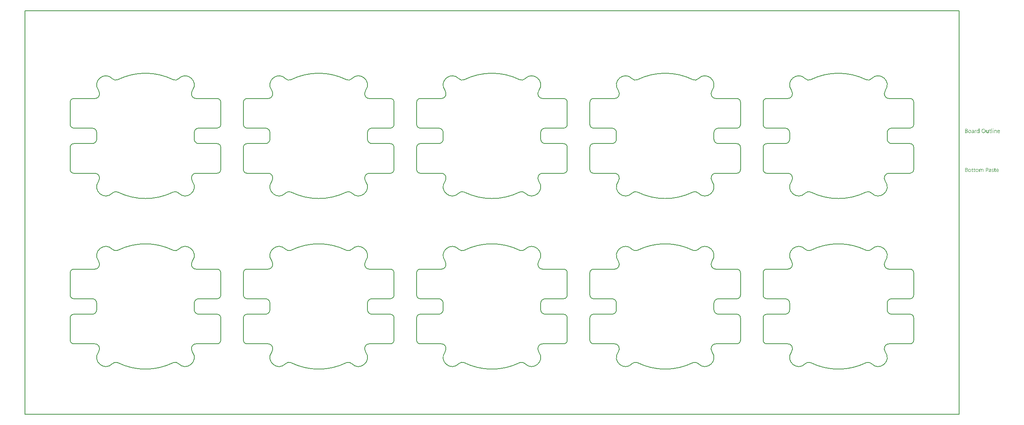
<source format=gbp>
G04*
G04 #@! TF.GenerationSoftware,Altium Limited,Altium Designer,21.8.1 (53)*
G04*
G04 Layer_Color=128*
%FSAX25Y25*%
%MOIN*%
G70*
G04*
G04 #@! TF.SameCoordinates,1F37B80F-4F8A-41ED-B193-F68951B3532E*
G04*
G04*
G04 #@! TF.FilePolarity,Positive*
G04*
G01*
G75*
%ADD33C,0.00787*%
G36*
X0820961Y0228622D02*
X0820986D01*
X0821041Y0228597D01*
X0821072Y0228578D01*
X0821103Y0228554D01*
X0821110Y0228548D01*
X0821116Y0228541D01*
X0821147Y0228504D01*
X0821171Y0228442D01*
X0821178Y0228405D01*
X0821184Y0228368D01*
Y0228362D01*
Y0228349D01*
X0821178Y0228331D01*
X0821171Y0228306D01*
X0821153Y0228244D01*
X0821128Y0228213D01*
X0821103Y0228182D01*
X0821097D01*
X0821091Y0228170D01*
X0821054Y0228145D01*
X0820998Y0228120D01*
X0820961Y0228114D01*
X0820924Y0228108D01*
X0820905D01*
X0820887Y0228114D01*
X0820862D01*
X0820800Y0228139D01*
X0820769Y0228151D01*
X0820738Y0228176D01*
Y0228182D01*
X0820726Y0228188D01*
X0820714Y0228207D01*
X0820701Y0228226D01*
X0820676Y0228288D01*
X0820670Y0228325D01*
X0820664Y0228368D01*
Y0228374D01*
Y0228387D01*
X0820670Y0228405D01*
X0820676Y0228436D01*
X0820695Y0228492D01*
X0820714Y0228523D01*
X0820738Y0228554D01*
X0820744Y0228560D01*
X0820751Y0228566D01*
X0820788Y0228591D01*
X0820850Y0228616D01*
X0820887Y0228628D01*
X0820942D01*
X0820961Y0228622D01*
D02*
G37*
G36*
X0808971Y0224957D02*
X0808569D01*
Y0225378D01*
X0808556D01*
Y0225372D01*
X0808544Y0225360D01*
X0808525Y0225335D01*
X0808507Y0225304D01*
X0808476Y0225267D01*
X0808439Y0225230D01*
X0808395Y0225186D01*
X0808346Y0225143D01*
X0808290Y0225094D01*
X0808222Y0225050D01*
X0808154Y0225013D01*
X0808074Y0224976D01*
X0807993Y0224945D01*
X0807900Y0224920D01*
X0807801Y0224908D01*
X0807696Y0224902D01*
X0807652D01*
X0807615Y0224908D01*
X0807578Y0224914D01*
X0807529Y0224920D01*
X0807423Y0224945D01*
X0807300Y0224982D01*
X0807176Y0225044D01*
X0807108Y0225081D01*
X0807052Y0225124D01*
X0806990Y0225180D01*
X0806935Y0225236D01*
Y0225242D01*
X0806922Y0225254D01*
X0806910Y0225273D01*
X0806891Y0225298D01*
X0806873Y0225329D01*
X0806848Y0225372D01*
X0806823Y0225422D01*
X0806798Y0225477D01*
X0806767Y0225539D01*
X0806743Y0225607D01*
X0806718Y0225681D01*
X0806699Y0225762D01*
X0806681Y0225849D01*
X0806668Y0225948D01*
X0806662Y0226047D01*
X0806656Y0226152D01*
Y0226158D01*
Y0226177D01*
Y0226214D01*
X0806662Y0226257D01*
X0806668Y0226307D01*
X0806674Y0226369D01*
X0806681Y0226437D01*
X0806693Y0226511D01*
X0806730Y0226672D01*
X0806786Y0226839D01*
X0806823Y0226920D01*
X0806866Y0227000D01*
X0806910Y0227074D01*
X0806966Y0227149D01*
X0806972Y0227155D01*
X0806978Y0227167D01*
X0806996Y0227186D01*
X0807021Y0227210D01*
X0807052Y0227235D01*
X0807095Y0227266D01*
X0807139Y0227303D01*
X0807188Y0227341D01*
X0807312Y0227409D01*
X0807454Y0227470D01*
X0807535Y0227489D01*
X0807622Y0227508D01*
X0807708Y0227520D01*
X0807807Y0227526D01*
X0807857D01*
X0807894Y0227520D01*
X0807931Y0227514D01*
X0807981Y0227508D01*
X0808092Y0227477D01*
X0808216Y0227427D01*
X0808278Y0227396D01*
X0808340Y0227353D01*
X0808401Y0227309D01*
X0808457Y0227254D01*
X0808507Y0227192D01*
X0808556Y0227118D01*
X0808569D01*
Y0228678D01*
X0808971D01*
Y0224957D01*
D02*
G37*
G36*
X0823239Y0227520D02*
X0823313Y0227514D01*
X0823406Y0227495D01*
X0823505Y0227464D01*
X0823610Y0227415D01*
X0823716Y0227347D01*
X0823759Y0227309D01*
X0823802Y0227260D01*
X0823815Y0227248D01*
X0823839Y0227210D01*
X0823870Y0227149D01*
X0823914Y0227062D01*
X0823951Y0226957D01*
X0823988Y0226827D01*
X0824013Y0226672D01*
X0824019Y0226492D01*
Y0224957D01*
X0823617D01*
Y0226387D01*
Y0226393D01*
Y0226424D01*
X0823610Y0226462D01*
Y0226511D01*
X0823598Y0226573D01*
X0823586Y0226641D01*
X0823567Y0226715D01*
X0823542Y0226789D01*
X0823511Y0226864D01*
X0823474Y0226932D01*
X0823425Y0227000D01*
X0823369Y0227062D01*
X0823307Y0227111D01*
X0823227Y0227149D01*
X0823140Y0227180D01*
X0823035Y0227186D01*
X0823022D01*
X0822985Y0227180D01*
X0822929Y0227173D01*
X0822861Y0227155D01*
X0822781Y0227130D01*
X0822694Y0227087D01*
X0822614Y0227031D01*
X0822533Y0226957D01*
X0822527Y0226944D01*
X0822502Y0226920D01*
X0822471Y0226870D01*
X0822434Y0226802D01*
X0822397Y0226722D01*
X0822366Y0226622D01*
X0822341Y0226511D01*
X0822335Y0226387D01*
Y0224957D01*
X0821933D01*
Y0227470D01*
X0822335D01*
Y0227049D01*
X0822348D01*
X0822354Y0227056D01*
X0822360Y0227068D01*
X0822379Y0227093D01*
X0822403Y0227124D01*
X0822428Y0227161D01*
X0822465Y0227198D01*
X0822509Y0227241D01*
X0822558Y0227291D01*
X0822614Y0227334D01*
X0822676Y0227378D01*
X0822744Y0227415D01*
X0822818Y0227452D01*
X0822892Y0227483D01*
X0822979Y0227508D01*
X0823072Y0227520D01*
X0823171Y0227526D01*
X0823208D01*
X0823239Y0227520D01*
D02*
G37*
G36*
X0806241Y0227508D02*
X0806316Y0227501D01*
X0806359Y0227489D01*
X0806390Y0227477D01*
Y0227062D01*
X0806384Y0227068D01*
X0806371Y0227074D01*
X0806347Y0227087D01*
X0806316Y0227105D01*
X0806272Y0227118D01*
X0806217Y0227130D01*
X0806155Y0227136D01*
X0806087Y0227142D01*
X0806074D01*
X0806043Y0227136D01*
X0805994Y0227130D01*
X0805938Y0227111D01*
X0805864Y0227080D01*
X0805796Y0227037D01*
X0805721Y0226975D01*
X0805653Y0226895D01*
X0805647Y0226882D01*
X0805628Y0226851D01*
X0805597Y0226796D01*
X0805567Y0226722D01*
X0805536Y0226629D01*
X0805505Y0226511D01*
X0805486Y0226381D01*
X0805480Y0226232D01*
Y0224957D01*
X0805077D01*
Y0227470D01*
X0805480D01*
Y0226951D01*
X0805492D01*
Y0226957D01*
X0805498Y0226963D01*
X0805511Y0226994D01*
X0805529Y0227043D01*
X0805560Y0227105D01*
X0805591Y0227167D01*
X0805641Y0227235D01*
X0805690Y0227303D01*
X0805752Y0227365D01*
X0805758Y0227371D01*
X0805783Y0227390D01*
X0805820Y0227415D01*
X0805870Y0227439D01*
X0805925Y0227464D01*
X0805994Y0227489D01*
X0806068Y0227508D01*
X0806148Y0227514D01*
X0806204D01*
X0806241Y0227508D01*
D02*
G37*
G36*
X0816981Y0224957D02*
X0816578D01*
Y0225354D01*
X0816566D01*
Y0225347D01*
X0816554Y0225335D01*
X0816541Y0225310D01*
X0816517Y0225285D01*
X0816461Y0225211D01*
X0816374Y0225131D01*
X0816325Y0225087D01*
X0816269Y0225044D01*
X0816207Y0225007D01*
X0816133Y0224970D01*
X0816059Y0224945D01*
X0815978Y0224920D01*
X0815885Y0224908D01*
X0815792Y0224902D01*
X0815755D01*
X0815712Y0224908D01*
X0815650Y0224920D01*
X0815582Y0224933D01*
X0815508Y0224957D01*
X0815427Y0224988D01*
X0815347Y0225038D01*
X0815260Y0225094D01*
X0815180Y0225162D01*
X0815105Y0225248D01*
X0815037Y0225354D01*
X0814975Y0225471D01*
X0814932Y0225613D01*
X0814907Y0225781D01*
X0814895Y0225867D01*
Y0225966D01*
Y0227470D01*
X0815291D01*
Y0226028D01*
Y0226022D01*
Y0225997D01*
X0815297Y0225954D01*
X0815303Y0225904D01*
X0815310Y0225842D01*
X0815322Y0225781D01*
X0815341Y0225706D01*
X0815365Y0225632D01*
X0815402Y0225558D01*
X0815440Y0225490D01*
X0815489Y0225422D01*
X0815551Y0225360D01*
X0815619Y0225310D01*
X0815699Y0225273D01*
X0815799Y0225242D01*
X0815904Y0225236D01*
X0815916D01*
X0815953Y0225242D01*
X0816009Y0225248D01*
X0816071Y0225261D01*
X0816151Y0225292D01*
X0816232Y0225329D01*
X0816312Y0225378D01*
X0816387Y0225452D01*
X0816393Y0225465D01*
X0816418Y0225490D01*
X0816448Y0225539D01*
X0816486Y0225607D01*
X0816517Y0225688D01*
X0816548Y0225787D01*
X0816572Y0225898D01*
X0816578Y0226022D01*
Y0227470D01*
X0816981D01*
Y0224957D01*
D02*
G37*
G36*
X0821116D02*
X0820714D01*
Y0227470D01*
X0821116D01*
Y0224957D01*
D02*
G37*
G36*
X0819896D02*
X0819494D01*
Y0228678D01*
X0819896D01*
Y0224957D01*
D02*
G37*
G36*
X0803518Y0227520D02*
X0803573Y0227514D01*
X0803641Y0227495D01*
X0803716Y0227477D01*
X0803796Y0227446D01*
X0803883Y0227409D01*
X0803963Y0227359D01*
X0804044Y0227297D01*
X0804118Y0227223D01*
X0804186Y0227130D01*
X0804242Y0227025D01*
X0804285Y0226901D01*
X0804310Y0226759D01*
X0804322Y0226591D01*
Y0224957D01*
X0803920D01*
Y0225347D01*
X0803908D01*
Y0225341D01*
X0803895Y0225329D01*
X0803883Y0225304D01*
X0803858Y0225279D01*
X0803796Y0225205D01*
X0803716Y0225124D01*
X0803604Y0225044D01*
X0803474Y0224970D01*
X0803394Y0224945D01*
X0803313Y0224920D01*
X0803227Y0224908D01*
X0803134Y0224902D01*
X0803097D01*
X0803072Y0224908D01*
X0803004Y0224914D01*
X0802923Y0224926D01*
X0802824Y0224951D01*
X0802732Y0224982D01*
X0802633Y0225032D01*
X0802546Y0225094D01*
X0802540Y0225106D01*
X0802515Y0225131D01*
X0802478Y0225174D01*
X0802441Y0225236D01*
X0802403Y0225310D01*
X0802366Y0225397D01*
X0802341Y0225502D01*
X0802335Y0225620D01*
Y0225626D01*
Y0225651D01*
X0802341Y0225688D01*
X0802348Y0225731D01*
X0802360Y0225787D01*
X0802379Y0225849D01*
X0802403Y0225917D01*
X0802441Y0225985D01*
X0802484Y0226059D01*
X0802540Y0226133D01*
X0802608Y0226202D01*
X0802688Y0226263D01*
X0802781Y0226325D01*
X0802892Y0226375D01*
X0803016Y0226412D01*
X0803165Y0226443D01*
X0803920Y0226548D01*
Y0226554D01*
Y0226573D01*
X0803914Y0226610D01*
Y0226647D01*
X0803901Y0226697D01*
X0803895Y0226752D01*
X0803858Y0226870D01*
X0803827Y0226926D01*
X0803796Y0226981D01*
X0803753Y0227037D01*
X0803703Y0227087D01*
X0803641Y0227130D01*
X0803573Y0227161D01*
X0803493Y0227180D01*
X0803400Y0227186D01*
X0803357D01*
X0803326Y0227180D01*
X0803282D01*
X0803239Y0227167D01*
X0803128Y0227149D01*
X0803004Y0227111D01*
X0802868Y0227056D01*
X0802793Y0227019D01*
X0802725Y0226981D01*
X0802651Y0226932D01*
X0802583Y0226876D01*
Y0227291D01*
X0802589D01*
X0802602Y0227303D01*
X0802620Y0227316D01*
X0802651Y0227328D01*
X0802682Y0227347D01*
X0802725Y0227365D01*
X0802775Y0227384D01*
X0802831Y0227409D01*
X0802954Y0227452D01*
X0803103Y0227489D01*
X0803264Y0227514D01*
X0803437Y0227526D01*
X0803474D01*
X0803518Y0227520D01*
D02*
G37*
G36*
X0797829Y0228467D02*
X0797872D01*
X0797916Y0228461D01*
X0798015Y0228449D01*
X0798132Y0228417D01*
X0798256Y0228380D01*
X0798374Y0228325D01*
X0798479Y0228250D01*
X0798485D01*
X0798491Y0228238D01*
X0798522Y0228213D01*
X0798566Y0228164D01*
X0798615Y0228096D01*
X0798659Y0228009D01*
X0798702Y0227910D01*
X0798733Y0227799D01*
X0798745Y0227737D01*
Y0227668D01*
Y0227662D01*
Y0227656D01*
Y0227619D01*
X0798739Y0227563D01*
X0798727Y0227495D01*
X0798708Y0227409D01*
X0798677Y0227322D01*
X0798640Y0227235D01*
X0798584Y0227149D01*
X0798578Y0227136D01*
X0798553Y0227111D01*
X0798516Y0227074D01*
X0798467Y0227025D01*
X0798405Y0226975D01*
X0798330Y0226920D01*
X0798238Y0226876D01*
X0798139Y0226833D01*
Y0226827D01*
X0798157D01*
X0798176Y0226820D01*
X0798194Y0226814D01*
X0798262Y0226802D01*
X0798343Y0226777D01*
X0798429Y0226740D01*
X0798522Y0226697D01*
X0798615Y0226635D01*
X0798702Y0226554D01*
X0798714Y0226542D01*
X0798739Y0226511D01*
X0798770Y0226468D01*
X0798813Y0226400D01*
X0798850Y0226313D01*
X0798887Y0226214D01*
X0798912Y0226096D01*
X0798918Y0225966D01*
Y0225960D01*
Y0225948D01*
Y0225923D01*
X0798912Y0225892D01*
X0798906Y0225855D01*
X0798900Y0225812D01*
X0798875Y0225706D01*
X0798838Y0225589D01*
X0798782Y0225465D01*
X0798745Y0225409D01*
X0798702Y0225347D01*
X0798646Y0225292D01*
X0798590Y0225236D01*
X0798584D01*
X0798578Y0225223D01*
X0798559Y0225211D01*
X0798535Y0225192D01*
X0798504Y0225174D01*
X0798460Y0225149D01*
X0798368Y0225100D01*
X0798250Y0225044D01*
X0798114Y0225001D01*
X0797953Y0224970D01*
X0797872Y0224963D01*
X0797780Y0224957D01*
X0796752D01*
Y0228473D01*
X0797798D01*
X0797829Y0228467D01*
D02*
G37*
G36*
X0818324Y0227470D02*
X0818962D01*
Y0227124D01*
X0818324D01*
Y0225706D01*
Y0225694D01*
Y0225663D01*
X0818330Y0225620D01*
X0818336Y0225564D01*
X0818361Y0225446D01*
X0818380Y0225391D01*
X0818411Y0225347D01*
X0818417Y0225341D01*
X0818429Y0225329D01*
X0818448Y0225316D01*
X0818479Y0225298D01*
X0818516Y0225273D01*
X0818565Y0225261D01*
X0818627Y0225248D01*
X0818696Y0225242D01*
X0818720D01*
X0818751Y0225248D01*
X0818788Y0225254D01*
X0818875Y0225279D01*
X0818918Y0225298D01*
X0818962Y0225323D01*
Y0224976D01*
X0818956D01*
X0818937Y0224963D01*
X0818906Y0224957D01*
X0818863Y0224945D01*
X0818807Y0224933D01*
X0818745Y0224920D01*
X0818671Y0224914D01*
X0818584Y0224908D01*
X0818553D01*
X0818522Y0224914D01*
X0818479Y0224920D01*
X0818429Y0224933D01*
X0818374Y0224945D01*
X0818318Y0224970D01*
X0818256Y0225001D01*
X0818194Y0225038D01*
X0818132Y0225087D01*
X0818077Y0225143D01*
X0818027Y0225217D01*
X0817984Y0225298D01*
X0817953Y0225397D01*
X0817928Y0225508D01*
X0817922Y0225638D01*
Y0227124D01*
X0817495D01*
Y0227470D01*
X0817922D01*
Y0228083D01*
X0818324Y0228213D01*
Y0227470D01*
D02*
G37*
G36*
X0825851Y0227520D02*
X0825895Y0227514D01*
X0825938Y0227508D01*
X0826049Y0227489D01*
X0826173Y0227446D01*
X0826297Y0227390D01*
X0826359Y0227353D01*
X0826421Y0227309D01*
X0826476Y0227260D01*
X0826532Y0227204D01*
X0826538Y0227198D01*
X0826544Y0227192D01*
X0826557Y0227173D01*
X0826575Y0227149D01*
X0826594Y0227111D01*
X0826619Y0227074D01*
X0826643Y0227031D01*
X0826668Y0226975D01*
X0826693Y0226913D01*
X0826718Y0226851D01*
X0826742Y0226777D01*
X0826761Y0226697D01*
X0826780Y0226610D01*
X0826792Y0226523D01*
X0826804Y0226424D01*
Y0226319D01*
Y0226109D01*
X0825028D01*
Y0226102D01*
Y0226090D01*
Y0226072D01*
X0825034Y0226041D01*
X0825040Y0226003D01*
Y0225966D01*
X0825059Y0225867D01*
X0825090Y0225768D01*
X0825127Y0225657D01*
X0825183Y0225552D01*
X0825251Y0225459D01*
X0825263Y0225446D01*
X0825288Y0225422D01*
X0825337Y0225391D01*
X0825406Y0225347D01*
X0825492Y0225304D01*
X0825591Y0225273D01*
X0825709Y0225248D01*
X0825845Y0225236D01*
X0825888D01*
X0825919Y0225242D01*
X0825956D01*
X0826000Y0225248D01*
X0826105Y0225273D01*
X0826223Y0225304D01*
X0826353Y0225354D01*
X0826489Y0225422D01*
X0826557Y0225465D01*
X0826625Y0225514D01*
Y0225137D01*
X0826619D01*
X0826612Y0225124D01*
X0826594Y0225118D01*
X0826563Y0225100D01*
X0826532Y0225081D01*
X0826495Y0225062D01*
X0826445Y0225044D01*
X0826396Y0225019D01*
X0826334Y0224994D01*
X0826266Y0224976D01*
X0826117Y0224939D01*
X0825944Y0224914D01*
X0825752Y0224902D01*
X0825703D01*
X0825665Y0224908D01*
X0825622Y0224914D01*
X0825566Y0224920D01*
X0825449Y0224945D01*
X0825313Y0224982D01*
X0825176Y0225044D01*
X0825108Y0225087D01*
X0825040Y0225131D01*
X0824978Y0225180D01*
X0824916Y0225242D01*
X0824910Y0225248D01*
X0824904Y0225261D01*
X0824892Y0225279D01*
X0824867Y0225304D01*
X0824848Y0225341D01*
X0824824Y0225384D01*
X0824793Y0225434D01*
X0824768Y0225490D01*
X0824737Y0225552D01*
X0824712Y0225626D01*
X0824681Y0225706D01*
X0824663Y0225793D01*
X0824644Y0225886D01*
X0824625Y0225985D01*
X0824619Y0226090D01*
X0824613Y0226202D01*
Y0226208D01*
Y0226226D01*
Y0226257D01*
X0824619Y0226301D01*
X0824625Y0226350D01*
X0824632Y0226406D01*
X0824638Y0226474D01*
X0824656Y0226542D01*
X0824694Y0226691D01*
X0824749Y0226851D01*
X0824786Y0226932D01*
X0824836Y0227006D01*
X0824885Y0227087D01*
X0824941Y0227155D01*
X0824947Y0227161D01*
X0824960Y0227173D01*
X0824978Y0227192D01*
X0825003Y0227210D01*
X0825034Y0227241D01*
X0825071Y0227272D01*
X0825121Y0227303D01*
X0825170Y0227341D01*
X0825288Y0227409D01*
X0825430Y0227470D01*
X0825511Y0227489D01*
X0825591Y0227508D01*
X0825678Y0227520D01*
X0825771Y0227526D01*
X0825820D01*
X0825851Y0227520D01*
D02*
G37*
G36*
X0812809Y0228529D02*
X0812871Y0228523D01*
X0812945Y0228510D01*
X0813025Y0228492D01*
X0813112Y0228473D01*
X0813199Y0228449D01*
X0813298Y0228417D01*
X0813391Y0228374D01*
X0813490Y0228325D01*
X0813589Y0228269D01*
X0813682Y0228201D01*
X0813774Y0228127D01*
X0813861Y0228040D01*
X0813867Y0228034D01*
X0813880Y0228015D01*
X0813904Y0227990D01*
X0813929Y0227953D01*
X0813966Y0227904D01*
X0814003Y0227842D01*
X0814041Y0227774D01*
X0814084Y0227699D01*
X0814127Y0227607D01*
X0814164Y0227514D01*
X0814202Y0227409D01*
X0814239Y0227291D01*
X0814264Y0227173D01*
X0814288Y0227043D01*
X0814301Y0226901D01*
X0814307Y0226759D01*
Y0226746D01*
Y0226722D01*
Y0226678D01*
X0814301Y0226616D01*
X0814294Y0226542D01*
X0814282Y0226462D01*
X0814270Y0226369D01*
X0814251Y0226263D01*
X0814226Y0226158D01*
X0814195Y0226047D01*
X0814158Y0225935D01*
X0814115Y0225824D01*
X0814059Y0225706D01*
X0813997Y0225601D01*
X0813929Y0225496D01*
X0813849Y0225397D01*
X0813843Y0225391D01*
X0813830Y0225378D01*
X0813799Y0225354D01*
X0813768Y0225323D01*
X0813719Y0225279D01*
X0813663Y0225242D01*
X0813601Y0225192D01*
X0813527Y0225149D01*
X0813446Y0225106D01*
X0813354Y0225056D01*
X0813255Y0225019D01*
X0813143Y0224982D01*
X0813025Y0224945D01*
X0812902Y0224920D01*
X0812772Y0224908D01*
X0812629Y0224902D01*
X0812598D01*
X0812555Y0224908D01*
X0812506D01*
X0812444Y0224914D01*
X0812369Y0224926D01*
X0812289Y0224945D01*
X0812196Y0224963D01*
X0812103Y0224988D01*
X0812004Y0225019D01*
X0811905Y0225062D01*
X0811806Y0225106D01*
X0811707Y0225162D01*
X0811608Y0225230D01*
X0811515Y0225304D01*
X0811428Y0225391D01*
X0811422Y0225397D01*
X0811410Y0225415D01*
X0811385Y0225440D01*
X0811360Y0225477D01*
X0811323Y0225527D01*
X0811286Y0225589D01*
X0811249Y0225657D01*
X0811206Y0225737D01*
X0811162Y0225824D01*
X0811125Y0225917D01*
X0811088Y0226022D01*
X0811051Y0226140D01*
X0811026Y0226257D01*
X0811001Y0226387D01*
X0810989Y0226530D01*
X0810983Y0226672D01*
Y0226684D01*
Y0226709D01*
X0810989Y0226752D01*
Y0226814D01*
X0810995Y0226882D01*
X0811007Y0226969D01*
X0811020Y0227062D01*
X0811038Y0227161D01*
X0811063Y0227266D01*
X0811094Y0227378D01*
X0811131Y0227489D01*
X0811175Y0227600D01*
X0811230Y0227712D01*
X0811292Y0227823D01*
X0811360Y0227928D01*
X0811441Y0228028D01*
X0811447Y0228034D01*
X0811459Y0228052D01*
X0811490Y0228077D01*
X0811528Y0228108D01*
X0811571Y0228145D01*
X0811627Y0228188D01*
X0811695Y0228232D01*
X0811769Y0228281D01*
X0811856Y0228331D01*
X0811948Y0228374D01*
X0812047Y0228417D01*
X0812159Y0228455D01*
X0812283Y0228486D01*
X0812413Y0228517D01*
X0812549Y0228529D01*
X0812691Y0228535D01*
X0812759D01*
X0812809Y0228529D01*
D02*
G37*
G36*
X0800782Y0227520D02*
X0800825Y0227514D01*
X0800881Y0227508D01*
X0801005Y0227483D01*
X0801147Y0227439D01*
X0801289Y0227378D01*
X0801363Y0227341D01*
X0801432Y0227297D01*
X0801500Y0227241D01*
X0801562Y0227180D01*
X0801568Y0227173D01*
X0801574Y0227161D01*
X0801593Y0227142D01*
X0801611Y0227118D01*
X0801636Y0227080D01*
X0801661Y0227037D01*
X0801692Y0226988D01*
X0801723Y0226932D01*
X0801747Y0226864D01*
X0801778Y0226796D01*
X0801803Y0226715D01*
X0801828Y0226629D01*
X0801846Y0226536D01*
X0801865Y0226437D01*
X0801871Y0226331D01*
X0801877Y0226220D01*
Y0226214D01*
Y0226195D01*
Y0226164D01*
X0801871Y0226121D01*
X0801865Y0226072D01*
X0801859Y0226010D01*
X0801846Y0225948D01*
X0801834Y0225873D01*
X0801797Y0225725D01*
X0801735Y0225564D01*
X0801698Y0225483D01*
X0801648Y0225403D01*
X0801599Y0225329D01*
X0801537Y0225261D01*
X0801531Y0225254D01*
X0801518Y0225248D01*
X0801500Y0225230D01*
X0801475Y0225205D01*
X0801438Y0225180D01*
X0801401Y0225149D01*
X0801351Y0225112D01*
X0801295Y0225081D01*
X0801233Y0225050D01*
X0801165Y0225013D01*
X0801091Y0224982D01*
X0801011Y0224957D01*
X0800924Y0224933D01*
X0800831Y0224920D01*
X0800732Y0224908D01*
X0800627Y0224902D01*
X0800571D01*
X0800534Y0224908D01*
X0800491Y0224914D01*
X0800435Y0224920D01*
X0800373Y0224933D01*
X0800305Y0224945D01*
X0800163Y0224988D01*
X0800014Y0225050D01*
X0799940Y0225087D01*
X0799872Y0225137D01*
X0799804Y0225186D01*
X0799735Y0225248D01*
X0799729Y0225254D01*
X0799723Y0225267D01*
X0799705Y0225285D01*
X0799686Y0225310D01*
X0799661Y0225347D01*
X0799630Y0225391D01*
X0799599Y0225440D01*
X0799575Y0225496D01*
X0799544Y0225564D01*
X0799513Y0225632D01*
X0799482Y0225706D01*
X0799457Y0225793D01*
X0799420Y0225979D01*
X0799414Y0226078D01*
X0799407Y0226183D01*
Y0226189D01*
Y0226214D01*
Y0226245D01*
X0799414Y0226288D01*
X0799420Y0226338D01*
X0799426Y0226400D01*
X0799438Y0226468D01*
X0799451Y0226542D01*
X0799488Y0226703D01*
X0799550Y0226864D01*
X0799593Y0226944D01*
X0799637Y0227025D01*
X0799686Y0227099D01*
X0799748Y0227167D01*
X0799754Y0227173D01*
X0799766Y0227186D01*
X0799785Y0227198D01*
X0799810Y0227223D01*
X0799847Y0227248D01*
X0799890Y0227278D01*
X0799940Y0227316D01*
X0799996Y0227347D01*
X0800057Y0227378D01*
X0800132Y0227415D01*
X0800206Y0227446D01*
X0800293Y0227470D01*
X0800379Y0227495D01*
X0800478Y0227514D01*
X0800584Y0227520D01*
X0800689Y0227526D01*
X0800745D01*
X0800782Y0227520D01*
D02*
G37*
G36*
X0820881Y0193662D02*
X0820961Y0193656D01*
X0821048Y0193643D01*
X0821147Y0193618D01*
X0821246Y0193594D01*
X0821345Y0193556D01*
Y0193148D01*
X0821332Y0193154D01*
X0821295Y0193179D01*
X0821240Y0193204D01*
X0821165Y0193241D01*
X0821072Y0193272D01*
X0820961Y0193303D01*
X0820837Y0193321D01*
X0820707Y0193327D01*
X0820639D01*
X0820577Y0193315D01*
X0820503Y0193303D01*
X0820497D01*
X0820491Y0193297D01*
X0820453Y0193284D01*
X0820404Y0193259D01*
X0820348Y0193228D01*
X0820336Y0193222D01*
X0820311Y0193197D01*
X0820280Y0193160D01*
X0820249Y0193117D01*
X0820243Y0193105D01*
X0820231Y0193074D01*
X0820218Y0193030D01*
X0820212Y0192975D01*
Y0192968D01*
Y0192956D01*
Y0192938D01*
X0820218Y0192919D01*
X0820231Y0192863D01*
X0820249Y0192807D01*
X0820255Y0192795D01*
X0820274Y0192770D01*
X0820311Y0192733D01*
X0820354Y0192690D01*
X0820361D01*
X0820367Y0192684D01*
X0820404Y0192659D01*
X0820453Y0192628D01*
X0820522Y0192597D01*
X0820528D01*
X0820540Y0192591D01*
X0820559Y0192585D01*
X0820590Y0192572D01*
X0820658Y0192548D01*
X0820744Y0192510D01*
X0820751D01*
X0820775Y0192498D01*
X0820806Y0192486D01*
X0820843Y0192473D01*
X0820942Y0192430D01*
X0821041Y0192380D01*
X0821048D01*
X0821066Y0192368D01*
X0821091Y0192356D01*
X0821122Y0192337D01*
X0821196Y0192288D01*
X0821271Y0192226D01*
X0821277Y0192219D01*
X0821289Y0192213D01*
X0821301Y0192195D01*
X0821326Y0192170D01*
X0821370Y0192108D01*
X0821413Y0192027D01*
Y0192021D01*
X0821419Y0192009D01*
X0821432Y0191984D01*
X0821438Y0191953D01*
X0821450Y0191916D01*
X0821456Y0191873D01*
X0821462Y0191768D01*
Y0191761D01*
Y0191737D01*
X0821456Y0191700D01*
X0821450Y0191656D01*
X0821444Y0191607D01*
X0821425Y0191551D01*
X0821407Y0191501D01*
X0821376Y0191446D01*
X0821370Y0191439D01*
X0821363Y0191421D01*
X0821345Y0191396D01*
X0821320Y0191365D01*
X0821289Y0191328D01*
X0821252Y0191291D01*
X0821159Y0191217D01*
X0821153Y0191210D01*
X0821134Y0191204D01*
X0821110Y0191186D01*
X0821066Y0191167D01*
X0821023Y0191142D01*
X0820967Y0191124D01*
X0820912Y0191105D01*
X0820843Y0191087D01*
X0820837D01*
X0820813Y0191080D01*
X0820775Y0191074D01*
X0820732Y0191068D01*
X0820670Y0191056D01*
X0820608Y0191050D01*
X0820466Y0191043D01*
X0820404D01*
X0820330Y0191050D01*
X0820237Y0191062D01*
X0820132Y0191080D01*
X0820020Y0191105D01*
X0819909Y0191136D01*
X0819797Y0191186D01*
Y0191619D01*
X0819804D01*
X0819810Y0191607D01*
X0819828Y0191594D01*
X0819853Y0191582D01*
X0819921Y0191545D01*
X0820014Y0191501D01*
X0820119Y0191452D01*
X0820243Y0191415D01*
X0820379Y0191390D01*
X0820522Y0191378D01*
X0820571D01*
X0820602Y0191384D01*
X0820689Y0191396D01*
X0820788Y0191421D01*
X0820881Y0191464D01*
X0820924Y0191495D01*
X0820967Y0191526D01*
X0820998Y0191569D01*
X0821023Y0191613D01*
X0821041Y0191668D01*
X0821048Y0191730D01*
Y0191737D01*
Y0191749D01*
Y0191768D01*
X0821041Y0191786D01*
X0821029Y0191842D01*
X0821004Y0191897D01*
Y0191904D01*
X0820998Y0191910D01*
X0820973Y0191941D01*
X0820936Y0191984D01*
X0820881Y0192021D01*
X0820874D01*
X0820868Y0192034D01*
X0820831Y0192052D01*
X0820775Y0192089D01*
X0820701Y0192120D01*
X0820695D01*
X0820683Y0192127D01*
X0820664Y0192139D01*
X0820633Y0192151D01*
X0820565Y0192176D01*
X0820478Y0192213D01*
X0820472D01*
X0820447Y0192226D01*
X0820416Y0192238D01*
X0820379Y0192250D01*
X0820280Y0192294D01*
X0820181Y0192343D01*
X0820175Y0192349D01*
X0820162Y0192356D01*
X0820138Y0192368D01*
X0820107Y0192387D01*
X0820039Y0192436D01*
X0819971Y0192492D01*
X0819965Y0192498D01*
X0819958Y0192504D01*
X0819940Y0192523D01*
X0819921Y0192548D01*
X0819878Y0192609D01*
X0819841Y0192684D01*
Y0192690D01*
X0819835Y0192702D01*
X0819828Y0192727D01*
X0819822Y0192758D01*
X0819816Y0192795D01*
X0819810Y0192838D01*
X0819804Y0192944D01*
Y0192950D01*
Y0192975D01*
X0819810Y0193006D01*
X0819816Y0193049D01*
X0819822Y0193098D01*
X0819841Y0193148D01*
X0819859Y0193204D01*
X0819884Y0193253D01*
X0819890Y0193259D01*
X0819896Y0193278D01*
X0819915Y0193303D01*
X0819940Y0193334D01*
X0820008Y0193408D01*
X0820094Y0193482D01*
X0820101Y0193488D01*
X0820119Y0193495D01*
X0820144Y0193513D01*
X0820187Y0193532D01*
X0820231Y0193556D01*
X0820280Y0193581D01*
X0820404Y0193618D01*
X0820410D01*
X0820435Y0193624D01*
X0820466Y0193637D01*
X0820515Y0193643D01*
X0820565Y0193656D01*
X0820627Y0193662D01*
X0820763Y0193668D01*
X0820819D01*
X0820881Y0193662D01*
D02*
G37*
G36*
X0811688D02*
X0811744Y0193649D01*
X0811806Y0193637D01*
X0811874Y0193612D01*
X0811955Y0193581D01*
X0812029Y0193538D01*
X0812109Y0193488D01*
X0812184Y0193420D01*
X0812252Y0193334D01*
X0812314Y0193235D01*
X0812369Y0193123D01*
X0812407Y0192981D01*
X0812437Y0192826D01*
X0812444Y0192647D01*
Y0191099D01*
X0812041D01*
Y0192541D01*
Y0192548D01*
Y0192560D01*
Y0192578D01*
Y0192609D01*
X0812035Y0192684D01*
X0812023Y0192770D01*
X0812010Y0192869D01*
X0811985Y0192968D01*
X0811955Y0193061D01*
X0811911Y0193142D01*
X0811905Y0193148D01*
X0811887Y0193173D01*
X0811856Y0193204D01*
X0811806Y0193235D01*
X0811750Y0193272D01*
X0811676Y0193297D01*
X0811583Y0193321D01*
X0811478Y0193327D01*
X0811466D01*
X0811435Y0193321D01*
X0811385Y0193315D01*
X0811323Y0193297D01*
X0811255Y0193272D01*
X0811181Y0193228D01*
X0811107Y0193173D01*
X0811038Y0193092D01*
X0811032Y0193080D01*
X0811014Y0193049D01*
X0810983Y0192999D01*
X0810952Y0192931D01*
X0810915Y0192851D01*
X0810890Y0192758D01*
X0810865Y0192647D01*
X0810859Y0192529D01*
Y0191099D01*
X0810457D01*
Y0192591D01*
Y0192597D01*
Y0192622D01*
X0810450Y0192659D01*
Y0192708D01*
X0810438Y0192764D01*
X0810426Y0192826D01*
X0810407Y0192888D01*
X0810388Y0192962D01*
X0810358Y0193030D01*
X0810320Y0193092D01*
X0810271Y0193154D01*
X0810215Y0193210D01*
X0810153Y0193259D01*
X0810073Y0193297D01*
X0809986Y0193321D01*
X0809887Y0193327D01*
X0809875D01*
X0809844Y0193321D01*
X0809794Y0193315D01*
X0809732Y0193303D01*
X0809664Y0193272D01*
X0809590Y0193235D01*
X0809516Y0193179D01*
X0809448Y0193105D01*
X0809441Y0193092D01*
X0809423Y0193068D01*
X0809392Y0193018D01*
X0809361Y0192950D01*
X0809330Y0192869D01*
X0809299Y0192770D01*
X0809280Y0192659D01*
X0809274Y0192529D01*
Y0191099D01*
X0808872D01*
Y0193612D01*
X0809274D01*
Y0193210D01*
X0809287D01*
X0809293Y0193216D01*
X0809299Y0193228D01*
X0809318Y0193253D01*
X0809336Y0193284D01*
X0809398Y0193352D01*
X0809485Y0193439D01*
X0809596Y0193526D01*
X0809726Y0193594D01*
X0809807Y0193624D01*
X0809887Y0193649D01*
X0809974Y0193662D01*
X0810067Y0193668D01*
X0810110D01*
X0810159Y0193662D01*
X0810221Y0193649D01*
X0810289Y0193631D01*
X0810364Y0193606D01*
X0810438Y0193575D01*
X0810512Y0193526D01*
X0810518Y0193519D01*
X0810543Y0193501D01*
X0810574Y0193470D01*
X0810618Y0193427D01*
X0810661Y0193371D01*
X0810704Y0193309D01*
X0810748Y0193235D01*
X0810779Y0193148D01*
X0810785Y0193154D01*
X0810791Y0193173D01*
X0810810Y0193197D01*
X0810828Y0193228D01*
X0810859Y0193272D01*
X0810896Y0193315D01*
X0810939Y0193358D01*
X0810989Y0193408D01*
X0811045Y0193457D01*
X0811107Y0193501D01*
X0811175Y0193550D01*
X0811249Y0193587D01*
X0811329Y0193618D01*
X0811416Y0193643D01*
X0811515Y0193662D01*
X0811614Y0193668D01*
X0811651D01*
X0811688Y0193662D01*
D02*
G37*
G36*
X0818386D02*
X0818442Y0193656D01*
X0818510Y0193637D01*
X0818584Y0193618D01*
X0818665Y0193587D01*
X0818751Y0193550D01*
X0818832Y0193501D01*
X0818912Y0193439D01*
X0818986Y0193365D01*
X0819055Y0193272D01*
X0819110Y0193166D01*
X0819154Y0193043D01*
X0819178Y0192900D01*
X0819191Y0192733D01*
Y0191099D01*
X0818788D01*
Y0191489D01*
X0818776D01*
Y0191483D01*
X0818764Y0191470D01*
X0818751Y0191446D01*
X0818727Y0191421D01*
X0818665Y0191347D01*
X0818584Y0191266D01*
X0818473Y0191186D01*
X0818343Y0191111D01*
X0818262Y0191087D01*
X0818182Y0191062D01*
X0818095Y0191050D01*
X0818002Y0191043D01*
X0817965D01*
X0817940Y0191050D01*
X0817872Y0191056D01*
X0817792Y0191068D01*
X0817693Y0191093D01*
X0817600Y0191124D01*
X0817501Y0191173D01*
X0817414Y0191235D01*
X0817408Y0191248D01*
X0817383Y0191272D01*
X0817346Y0191316D01*
X0817309Y0191378D01*
X0817272Y0191452D01*
X0817235Y0191539D01*
X0817210Y0191644D01*
X0817204Y0191761D01*
Y0191768D01*
Y0191792D01*
X0817210Y0191829D01*
X0817216Y0191873D01*
X0817229Y0191929D01*
X0817247Y0191990D01*
X0817272Y0192059D01*
X0817309Y0192127D01*
X0817352Y0192201D01*
X0817408Y0192275D01*
X0817476Y0192343D01*
X0817556Y0192405D01*
X0817649Y0192467D01*
X0817761Y0192517D01*
X0817885Y0192554D01*
X0818033Y0192585D01*
X0818788Y0192690D01*
Y0192696D01*
Y0192715D01*
X0818782Y0192752D01*
Y0192789D01*
X0818770Y0192838D01*
X0818764Y0192894D01*
X0818727Y0193012D01*
X0818696Y0193068D01*
X0818665Y0193123D01*
X0818621Y0193179D01*
X0818572Y0193228D01*
X0818510Y0193272D01*
X0818442Y0193303D01*
X0818361Y0193321D01*
X0818268Y0193327D01*
X0818225D01*
X0818194Y0193321D01*
X0818151D01*
X0818108Y0193309D01*
X0817996Y0193290D01*
X0817872Y0193253D01*
X0817736Y0193197D01*
X0817662Y0193160D01*
X0817594Y0193123D01*
X0817519Y0193074D01*
X0817451Y0193018D01*
Y0193433D01*
X0817457D01*
X0817470Y0193445D01*
X0817488Y0193457D01*
X0817519Y0193470D01*
X0817550Y0193488D01*
X0817594Y0193507D01*
X0817643Y0193526D01*
X0817699Y0193550D01*
X0817823Y0193594D01*
X0817971Y0193631D01*
X0818132Y0193656D01*
X0818305Y0193668D01*
X0818343D01*
X0818386Y0193662D01*
D02*
G37*
G36*
X0815687Y0194609D02*
X0815737D01*
X0815786Y0194603D01*
X0815916Y0194578D01*
X0816052Y0194547D01*
X0816201Y0194497D01*
X0816343Y0194429D01*
X0816405Y0194386D01*
X0816467Y0194336D01*
X0816473D01*
X0816479Y0194324D01*
X0816498Y0194305D01*
X0816517Y0194287D01*
X0816566Y0194225D01*
X0816628Y0194138D01*
X0816684Y0194027D01*
X0816733Y0193897D01*
X0816770Y0193742D01*
X0816777Y0193656D01*
X0816783Y0193563D01*
Y0193556D01*
Y0193538D01*
Y0193513D01*
X0816777Y0193482D01*
X0816770Y0193439D01*
X0816764Y0193389D01*
X0816739Y0193272D01*
X0816696Y0193142D01*
X0816634Y0193006D01*
X0816597Y0192938D01*
X0816554Y0192869D01*
X0816498Y0192801D01*
X0816436Y0192739D01*
X0816430Y0192733D01*
X0816418Y0192727D01*
X0816399Y0192708D01*
X0816374Y0192690D01*
X0816337Y0192665D01*
X0816294Y0192640D01*
X0816244Y0192609D01*
X0816189Y0192585D01*
X0816127Y0192554D01*
X0816059Y0192523D01*
X0815978Y0192498D01*
X0815898Y0192473D01*
X0815712Y0192436D01*
X0815613Y0192430D01*
X0815508Y0192424D01*
X0815043D01*
Y0191099D01*
X0814629D01*
Y0194615D01*
X0815650D01*
X0815687Y0194609D01*
D02*
G37*
G36*
X0797829D02*
X0797872D01*
X0797916Y0194603D01*
X0798015Y0194590D01*
X0798132Y0194559D01*
X0798256Y0194522D01*
X0798374Y0194466D01*
X0798479Y0194392D01*
X0798485D01*
X0798491Y0194380D01*
X0798522Y0194355D01*
X0798566Y0194305D01*
X0798615Y0194237D01*
X0798659Y0194151D01*
X0798702Y0194052D01*
X0798733Y0193940D01*
X0798745Y0193878D01*
Y0193810D01*
Y0193804D01*
Y0193798D01*
Y0193761D01*
X0798739Y0193705D01*
X0798727Y0193637D01*
X0798708Y0193550D01*
X0798677Y0193464D01*
X0798640Y0193377D01*
X0798584Y0193290D01*
X0798578Y0193278D01*
X0798553Y0193253D01*
X0798516Y0193216D01*
X0798467Y0193166D01*
X0798405Y0193117D01*
X0798330Y0193061D01*
X0798238Y0193018D01*
X0798139Y0192975D01*
Y0192968D01*
X0798157D01*
X0798176Y0192962D01*
X0798194Y0192956D01*
X0798262Y0192944D01*
X0798343Y0192919D01*
X0798429Y0192882D01*
X0798522Y0192838D01*
X0798615Y0192777D01*
X0798702Y0192696D01*
X0798714Y0192684D01*
X0798739Y0192653D01*
X0798770Y0192609D01*
X0798813Y0192541D01*
X0798850Y0192455D01*
X0798887Y0192356D01*
X0798912Y0192238D01*
X0798918Y0192108D01*
Y0192102D01*
Y0192089D01*
Y0192065D01*
X0798912Y0192034D01*
X0798906Y0191997D01*
X0798900Y0191953D01*
X0798875Y0191848D01*
X0798838Y0191730D01*
X0798782Y0191607D01*
X0798745Y0191551D01*
X0798702Y0191489D01*
X0798646Y0191433D01*
X0798590Y0191378D01*
X0798584D01*
X0798578Y0191365D01*
X0798559Y0191353D01*
X0798535Y0191334D01*
X0798504Y0191316D01*
X0798460Y0191291D01*
X0798368Y0191241D01*
X0798250Y0191186D01*
X0798114Y0191142D01*
X0797953Y0191111D01*
X0797872Y0191105D01*
X0797780Y0191099D01*
X0796752D01*
Y0194615D01*
X0797798D01*
X0797829Y0194609D01*
D02*
G37*
G36*
X0822614Y0193612D02*
X0823251D01*
Y0193265D01*
X0822614D01*
Y0191848D01*
Y0191836D01*
Y0191805D01*
X0822620Y0191761D01*
X0822626Y0191706D01*
X0822651Y0191588D01*
X0822670Y0191532D01*
X0822700Y0191489D01*
X0822707Y0191483D01*
X0822719Y0191470D01*
X0822738Y0191458D01*
X0822768Y0191439D01*
X0822806Y0191415D01*
X0822855Y0191402D01*
X0822917Y0191390D01*
X0822985Y0191384D01*
X0823010D01*
X0823041Y0191390D01*
X0823078Y0191396D01*
X0823165Y0191421D01*
X0823208Y0191439D01*
X0823251Y0191464D01*
Y0191118D01*
X0823245D01*
X0823227Y0191105D01*
X0823196Y0191099D01*
X0823152Y0191087D01*
X0823097Y0191074D01*
X0823035Y0191062D01*
X0822960Y0191056D01*
X0822874Y0191050D01*
X0822843D01*
X0822812Y0191056D01*
X0822768Y0191062D01*
X0822719Y0191074D01*
X0822663Y0191087D01*
X0822608Y0191111D01*
X0822546Y0191142D01*
X0822484Y0191180D01*
X0822422Y0191229D01*
X0822366Y0191285D01*
X0822317Y0191359D01*
X0822273Y0191439D01*
X0822242Y0191539D01*
X0822218Y0191650D01*
X0822211Y0191780D01*
Y0193265D01*
X0821784D01*
Y0193612D01*
X0822211D01*
Y0194225D01*
X0822614Y0194355D01*
Y0193612D01*
D02*
G37*
G36*
X0804756D02*
X0805393D01*
Y0193265D01*
X0804756D01*
Y0191848D01*
Y0191836D01*
Y0191805D01*
X0804762Y0191761D01*
X0804768Y0191706D01*
X0804793Y0191588D01*
X0804811Y0191532D01*
X0804842Y0191489D01*
X0804848Y0191483D01*
X0804861Y0191470D01*
X0804879Y0191458D01*
X0804910Y0191439D01*
X0804947Y0191415D01*
X0804997Y0191402D01*
X0805059Y0191390D01*
X0805127Y0191384D01*
X0805152D01*
X0805183Y0191390D01*
X0805220Y0191396D01*
X0805307Y0191421D01*
X0805350Y0191439D01*
X0805393Y0191464D01*
Y0191118D01*
X0805387D01*
X0805368Y0191105D01*
X0805338Y0191099D01*
X0805294Y0191087D01*
X0805239Y0191074D01*
X0805177Y0191062D01*
X0805102Y0191056D01*
X0805016Y0191050D01*
X0804985D01*
X0804954Y0191056D01*
X0804910Y0191062D01*
X0804861Y0191074D01*
X0804805Y0191087D01*
X0804749Y0191111D01*
X0804688Y0191142D01*
X0804626Y0191180D01*
X0804564Y0191229D01*
X0804508Y0191285D01*
X0804459Y0191359D01*
X0804415Y0191439D01*
X0804384Y0191539D01*
X0804360Y0191650D01*
X0804353Y0191780D01*
Y0193265D01*
X0803926D01*
Y0193612D01*
X0804353D01*
Y0194225D01*
X0804756Y0194355D01*
Y0193612D01*
D02*
G37*
G36*
X0803053D02*
X0803691D01*
Y0193265D01*
X0803053D01*
Y0191848D01*
Y0191836D01*
Y0191805D01*
X0803060Y0191761D01*
X0803066Y0191706D01*
X0803090Y0191588D01*
X0803109Y0191532D01*
X0803140Y0191489D01*
X0803146Y0191483D01*
X0803159Y0191470D01*
X0803177Y0191458D01*
X0803208Y0191439D01*
X0803245Y0191415D01*
X0803295Y0191402D01*
X0803357Y0191390D01*
X0803425Y0191384D01*
X0803450D01*
X0803481Y0191390D01*
X0803518Y0191396D01*
X0803604Y0191421D01*
X0803648Y0191439D01*
X0803691Y0191464D01*
Y0191118D01*
X0803685D01*
X0803666Y0191105D01*
X0803635Y0191099D01*
X0803592Y0191087D01*
X0803536Y0191074D01*
X0803474Y0191062D01*
X0803400Y0191056D01*
X0803313Y0191050D01*
X0803282D01*
X0803251Y0191056D01*
X0803208Y0191062D01*
X0803159Y0191074D01*
X0803103Y0191087D01*
X0803047Y0191111D01*
X0802985Y0191142D01*
X0802923Y0191180D01*
X0802861Y0191229D01*
X0802806Y0191285D01*
X0802756Y0191359D01*
X0802713Y0191439D01*
X0802682Y0191539D01*
X0802657Y0191650D01*
X0802651Y0191780D01*
Y0193265D01*
X0802224D01*
Y0193612D01*
X0802651D01*
Y0194225D01*
X0803053Y0194355D01*
Y0193612D01*
D02*
G37*
G36*
X0824855Y0193662D02*
X0824898Y0193656D01*
X0824941Y0193649D01*
X0825053Y0193631D01*
X0825176Y0193587D01*
X0825300Y0193532D01*
X0825362Y0193495D01*
X0825424Y0193451D01*
X0825480Y0193402D01*
X0825535Y0193346D01*
X0825542Y0193340D01*
X0825548Y0193334D01*
X0825560Y0193315D01*
X0825579Y0193290D01*
X0825597Y0193253D01*
X0825622Y0193216D01*
X0825647Y0193173D01*
X0825672Y0193117D01*
X0825696Y0193055D01*
X0825721Y0192993D01*
X0825746Y0192919D01*
X0825764Y0192838D01*
X0825783Y0192752D01*
X0825795Y0192665D01*
X0825808Y0192566D01*
Y0192461D01*
Y0192250D01*
X0824031D01*
Y0192244D01*
Y0192232D01*
Y0192213D01*
X0824037Y0192182D01*
X0824044Y0192145D01*
Y0192108D01*
X0824062Y0192009D01*
X0824093Y0191910D01*
X0824130Y0191798D01*
X0824186Y0191693D01*
X0824254Y0191600D01*
X0824267Y0191588D01*
X0824291Y0191563D01*
X0824341Y0191532D01*
X0824409Y0191489D01*
X0824496Y0191446D01*
X0824595Y0191415D01*
X0824712Y0191390D01*
X0824848Y0191378D01*
X0824892D01*
X0824923Y0191384D01*
X0824960D01*
X0825003Y0191390D01*
X0825108Y0191415D01*
X0825226Y0191446D01*
X0825356Y0191495D01*
X0825492Y0191563D01*
X0825560Y0191607D01*
X0825628Y0191656D01*
Y0191279D01*
X0825622D01*
X0825616Y0191266D01*
X0825597Y0191260D01*
X0825566Y0191241D01*
X0825535Y0191223D01*
X0825498Y0191204D01*
X0825449Y0191186D01*
X0825399Y0191161D01*
X0825337Y0191136D01*
X0825269Y0191118D01*
X0825121Y0191080D01*
X0824947Y0191056D01*
X0824755Y0191043D01*
X0824706D01*
X0824669Y0191050D01*
X0824625Y0191056D01*
X0824570Y0191062D01*
X0824452Y0191087D01*
X0824316Y0191124D01*
X0824180Y0191186D01*
X0824112Y0191229D01*
X0824044Y0191272D01*
X0823982Y0191322D01*
X0823920Y0191384D01*
X0823914Y0191390D01*
X0823907Y0191402D01*
X0823895Y0191421D01*
X0823870Y0191446D01*
X0823852Y0191483D01*
X0823827Y0191526D01*
X0823796Y0191576D01*
X0823771Y0191631D01*
X0823740Y0191693D01*
X0823716Y0191768D01*
X0823685Y0191848D01*
X0823666Y0191935D01*
X0823647Y0192027D01*
X0823629Y0192127D01*
X0823623Y0192232D01*
X0823617Y0192343D01*
Y0192349D01*
Y0192368D01*
Y0192399D01*
X0823623Y0192442D01*
X0823629Y0192492D01*
X0823635Y0192548D01*
X0823641Y0192616D01*
X0823660Y0192684D01*
X0823697Y0192832D01*
X0823753Y0192993D01*
X0823790Y0193074D01*
X0823839Y0193148D01*
X0823889Y0193228D01*
X0823945Y0193297D01*
X0823951Y0193303D01*
X0823963Y0193315D01*
X0823982Y0193334D01*
X0824006Y0193352D01*
X0824037Y0193383D01*
X0824075Y0193414D01*
X0824124Y0193445D01*
X0824174Y0193482D01*
X0824291Y0193550D01*
X0824434Y0193612D01*
X0824514Y0193631D01*
X0824595Y0193649D01*
X0824681Y0193662D01*
X0824774Y0193668D01*
X0824824D01*
X0824855Y0193662D01*
D02*
G37*
G36*
X0807133D02*
X0807176Y0193656D01*
X0807232Y0193649D01*
X0807355Y0193624D01*
X0807498Y0193581D01*
X0807640Y0193519D01*
X0807714Y0193482D01*
X0807782Y0193439D01*
X0807851Y0193383D01*
X0807913Y0193321D01*
X0807919Y0193315D01*
X0807925Y0193303D01*
X0807944Y0193284D01*
X0807962Y0193259D01*
X0807987Y0193222D01*
X0808012Y0193179D01*
X0808043Y0193129D01*
X0808074Y0193074D01*
X0808098Y0193006D01*
X0808129Y0192938D01*
X0808154Y0192857D01*
X0808179Y0192770D01*
X0808197Y0192677D01*
X0808216Y0192578D01*
X0808222Y0192473D01*
X0808228Y0192362D01*
Y0192356D01*
Y0192337D01*
Y0192306D01*
X0808222Y0192263D01*
X0808216Y0192213D01*
X0808210Y0192151D01*
X0808197Y0192089D01*
X0808185Y0192015D01*
X0808148Y0191867D01*
X0808086Y0191706D01*
X0808049Y0191625D01*
X0807999Y0191545D01*
X0807950Y0191470D01*
X0807888Y0191402D01*
X0807882Y0191396D01*
X0807869Y0191390D01*
X0807851Y0191371D01*
X0807826Y0191347D01*
X0807789Y0191322D01*
X0807752Y0191291D01*
X0807702Y0191254D01*
X0807646Y0191223D01*
X0807584Y0191192D01*
X0807516Y0191155D01*
X0807442Y0191124D01*
X0807362Y0191099D01*
X0807275Y0191074D01*
X0807182Y0191062D01*
X0807083Y0191050D01*
X0806978Y0191043D01*
X0806922D01*
X0806885Y0191050D01*
X0806842Y0191056D01*
X0806786Y0191062D01*
X0806724Y0191074D01*
X0806656Y0191087D01*
X0806514Y0191130D01*
X0806365Y0191192D01*
X0806291Y0191229D01*
X0806223Y0191279D01*
X0806155Y0191328D01*
X0806087Y0191390D01*
X0806080Y0191396D01*
X0806074Y0191409D01*
X0806056Y0191427D01*
X0806037Y0191452D01*
X0806012Y0191489D01*
X0805981Y0191532D01*
X0805950Y0191582D01*
X0805925Y0191638D01*
X0805895Y0191706D01*
X0805864Y0191774D01*
X0805833Y0191848D01*
X0805808Y0191935D01*
X0805771Y0192120D01*
X0805765Y0192219D01*
X0805758Y0192325D01*
Y0192331D01*
Y0192356D01*
Y0192387D01*
X0805765Y0192430D01*
X0805771Y0192479D01*
X0805777Y0192541D01*
X0805789Y0192609D01*
X0805802Y0192684D01*
X0805839Y0192845D01*
X0805901Y0193006D01*
X0805944Y0193086D01*
X0805987Y0193166D01*
X0806037Y0193241D01*
X0806099Y0193309D01*
X0806105Y0193315D01*
X0806117Y0193327D01*
X0806136Y0193340D01*
X0806161Y0193365D01*
X0806198Y0193389D01*
X0806241Y0193420D01*
X0806291Y0193457D01*
X0806347Y0193488D01*
X0806408Y0193519D01*
X0806483Y0193556D01*
X0806557Y0193587D01*
X0806644Y0193612D01*
X0806730Y0193637D01*
X0806829Y0193656D01*
X0806935Y0193662D01*
X0807040Y0193668D01*
X0807095D01*
X0807133Y0193662D01*
D02*
G37*
G36*
X0800782D02*
X0800825Y0193656D01*
X0800881Y0193649D01*
X0801005Y0193624D01*
X0801147Y0193581D01*
X0801289Y0193519D01*
X0801363Y0193482D01*
X0801432Y0193439D01*
X0801500Y0193383D01*
X0801562Y0193321D01*
X0801568Y0193315D01*
X0801574Y0193303D01*
X0801593Y0193284D01*
X0801611Y0193259D01*
X0801636Y0193222D01*
X0801661Y0193179D01*
X0801692Y0193129D01*
X0801723Y0193074D01*
X0801747Y0193006D01*
X0801778Y0192938D01*
X0801803Y0192857D01*
X0801828Y0192770D01*
X0801846Y0192677D01*
X0801865Y0192578D01*
X0801871Y0192473D01*
X0801877Y0192362D01*
Y0192356D01*
Y0192337D01*
Y0192306D01*
X0801871Y0192263D01*
X0801865Y0192213D01*
X0801859Y0192151D01*
X0801846Y0192089D01*
X0801834Y0192015D01*
X0801797Y0191867D01*
X0801735Y0191706D01*
X0801698Y0191625D01*
X0801648Y0191545D01*
X0801599Y0191470D01*
X0801537Y0191402D01*
X0801531Y0191396D01*
X0801518Y0191390D01*
X0801500Y0191371D01*
X0801475Y0191347D01*
X0801438Y0191322D01*
X0801401Y0191291D01*
X0801351Y0191254D01*
X0801295Y0191223D01*
X0801233Y0191192D01*
X0801165Y0191155D01*
X0801091Y0191124D01*
X0801011Y0191099D01*
X0800924Y0191074D01*
X0800831Y0191062D01*
X0800732Y0191050D01*
X0800627Y0191043D01*
X0800571D01*
X0800534Y0191050D01*
X0800491Y0191056D01*
X0800435Y0191062D01*
X0800373Y0191074D01*
X0800305Y0191087D01*
X0800163Y0191130D01*
X0800014Y0191192D01*
X0799940Y0191229D01*
X0799872Y0191279D01*
X0799804Y0191328D01*
X0799735Y0191390D01*
X0799729Y0191396D01*
X0799723Y0191409D01*
X0799705Y0191427D01*
X0799686Y0191452D01*
X0799661Y0191489D01*
X0799630Y0191532D01*
X0799599Y0191582D01*
X0799575Y0191638D01*
X0799544Y0191706D01*
X0799513Y0191774D01*
X0799482Y0191848D01*
X0799457Y0191935D01*
X0799420Y0192120D01*
X0799414Y0192219D01*
X0799407Y0192325D01*
Y0192331D01*
Y0192356D01*
Y0192387D01*
X0799414Y0192430D01*
X0799420Y0192479D01*
X0799426Y0192541D01*
X0799438Y0192609D01*
X0799451Y0192684D01*
X0799488Y0192845D01*
X0799550Y0193006D01*
X0799593Y0193086D01*
X0799637Y0193166D01*
X0799686Y0193241D01*
X0799748Y0193309D01*
X0799754Y0193315D01*
X0799766Y0193327D01*
X0799785Y0193340D01*
X0799810Y0193365D01*
X0799847Y0193389D01*
X0799890Y0193420D01*
X0799940Y0193457D01*
X0799996Y0193488D01*
X0800057Y0193519D01*
X0800132Y0193556D01*
X0800206Y0193587D01*
X0800293Y0193612D01*
X0800379Y0193637D01*
X0800478Y0193656D01*
X0800584Y0193662D01*
X0800689Y0193668D01*
X0800745D01*
X0800782Y0193662D01*
D02*
G37*
%LPC*%
G36*
X0807857Y0227186D02*
X0807820D01*
X0807795Y0227180D01*
X0807727Y0227173D01*
X0807646Y0227155D01*
X0807553Y0227118D01*
X0807454Y0227068D01*
X0807362Y0227006D01*
X0807318Y0226963D01*
X0807275Y0226913D01*
X0807269Y0226901D01*
X0807244Y0226864D01*
X0807207Y0226802D01*
X0807170Y0226722D01*
X0807133Y0226616D01*
X0807095Y0226486D01*
X0807071Y0226338D01*
X0807065Y0226170D01*
Y0226164D01*
Y0226152D01*
Y0226127D01*
X0807071Y0226096D01*
Y0226065D01*
X0807077Y0226022D01*
X0807089Y0225923D01*
X0807114Y0225812D01*
X0807151Y0225700D01*
X0807201Y0225589D01*
X0807269Y0225483D01*
X0807281Y0225471D01*
X0807306Y0225446D01*
X0807349Y0225403D01*
X0807411Y0225360D01*
X0807492Y0225316D01*
X0807584Y0225273D01*
X0807690Y0225248D01*
X0807813Y0225236D01*
X0807844D01*
X0807869Y0225242D01*
X0807931Y0225248D01*
X0808005Y0225267D01*
X0808092Y0225298D01*
X0808185Y0225335D01*
X0808272Y0225397D01*
X0808358Y0225477D01*
X0808364Y0225490D01*
X0808389Y0225521D01*
X0808426Y0225576D01*
X0808463Y0225644D01*
X0808501Y0225731D01*
X0808538Y0225836D01*
X0808562Y0225960D01*
X0808569Y0226090D01*
Y0226462D01*
Y0226468D01*
Y0226474D01*
Y0226511D01*
X0808556Y0226567D01*
X0808544Y0226641D01*
X0808519Y0226722D01*
X0808482Y0226808D01*
X0808432Y0226895D01*
X0808364Y0226975D01*
X0808358Y0226981D01*
X0808327Y0227006D01*
X0808284Y0227043D01*
X0808228Y0227080D01*
X0808154Y0227118D01*
X0808067Y0227155D01*
X0807968Y0227180D01*
X0807857Y0227186D01*
D02*
G37*
G36*
X0803920Y0226226D02*
X0803313Y0226140D01*
X0803301D01*
X0803270Y0226133D01*
X0803220Y0226121D01*
X0803159Y0226109D01*
X0803090Y0226090D01*
X0803016Y0226065D01*
X0802954Y0226041D01*
X0802892Y0226003D01*
X0802886Y0225997D01*
X0802868Y0225985D01*
X0802849Y0225960D01*
X0802824Y0225923D01*
X0802793Y0225873D01*
X0802775Y0225812D01*
X0802756Y0225737D01*
X0802750Y0225651D01*
Y0225644D01*
Y0225620D01*
X0802756Y0225589D01*
X0802769Y0225545D01*
X0802781Y0225496D01*
X0802806Y0225446D01*
X0802837Y0225397D01*
X0802880Y0225347D01*
X0802886Y0225341D01*
X0802905Y0225329D01*
X0802936Y0225310D01*
X0802973Y0225292D01*
X0803022Y0225273D01*
X0803084Y0225254D01*
X0803152Y0225242D01*
X0803233Y0225236D01*
X0803245D01*
X0803282Y0225242D01*
X0803338Y0225248D01*
X0803406Y0225261D01*
X0803481Y0225285D01*
X0803567Y0225323D01*
X0803648Y0225378D01*
X0803722Y0225446D01*
X0803728Y0225459D01*
X0803753Y0225483D01*
X0803784Y0225527D01*
X0803821Y0225589D01*
X0803858Y0225669D01*
X0803889Y0225756D01*
X0803914Y0225861D01*
X0803920Y0225973D01*
Y0226226D01*
D02*
G37*
G36*
X0797637Y0228102D02*
X0797167D01*
Y0226963D01*
X0797643D01*
X0797705Y0226969D01*
X0797780Y0226981D01*
X0797866Y0227000D01*
X0797959Y0227031D01*
X0798039Y0227068D01*
X0798120Y0227124D01*
X0798126Y0227130D01*
X0798151Y0227155D01*
X0798182Y0227192D01*
X0798219Y0227248D01*
X0798250Y0227309D01*
X0798281Y0227390D01*
X0798306Y0227483D01*
X0798312Y0227588D01*
Y0227594D01*
Y0227613D01*
X0798306Y0227638D01*
X0798300Y0227668D01*
X0798275Y0227749D01*
X0798256Y0227799D01*
X0798225Y0227848D01*
X0798194Y0227891D01*
X0798145Y0227941D01*
X0798095Y0227984D01*
X0798027Y0228021D01*
X0797953Y0228052D01*
X0797860Y0228077D01*
X0797755Y0228096D01*
X0797637Y0228102D01*
D02*
G37*
G36*
Y0226591D02*
X0797167D01*
Y0225329D01*
X0797786D01*
X0797848Y0225335D01*
X0797934Y0225347D01*
X0798021Y0225372D01*
X0798114Y0225397D01*
X0798207Y0225440D01*
X0798287Y0225496D01*
X0798293Y0225502D01*
X0798318Y0225527D01*
X0798349Y0225564D01*
X0798386Y0225620D01*
X0798423Y0225688D01*
X0798454Y0225768D01*
X0798479Y0225867D01*
X0798485Y0225973D01*
Y0225979D01*
Y0225997D01*
X0798479Y0226028D01*
X0798473Y0226072D01*
X0798460Y0226115D01*
X0798442Y0226170D01*
X0798417Y0226226D01*
X0798380Y0226282D01*
X0798337Y0226338D01*
X0798281Y0226393D01*
X0798213Y0226449D01*
X0798126Y0226492D01*
X0798033Y0226536D01*
X0797916Y0226567D01*
X0797786Y0226585D01*
X0797637Y0226591D01*
D02*
G37*
G36*
X0825764Y0227186D02*
X0825715D01*
X0825665Y0227173D01*
X0825597Y0227161D01*
X0825523Y0227136D01*
X0825436Y0227099D01*
X0825356Y0227049D01*
X0825276Y0226981D01*
X0825269Y0226975D01*
X0825245Y0226944D01*
X0825214Y0226901D01*
X0825170Y0226839D01*
X0825127Y0226765D01*
X0825090Y0226672D01*
X0825059Y0226567D01*
X0825034Y0226449D01*
X0826390D01*
Y0226455D01*
Y0226468D01*
Y0226480D01*
Y0226505D01*
X0826383Y0226573D01*
X0826371Y0226647D01*
X0826346Y0226740D01*
X0826322Y0226827D01*
X0826278Y0226913D01*
X0826223Y0226994D01*
X0826216Y0227000D01*
X0826192Y0227025D01*
X0826155Y0227056D01*
X0826105Y0227093D01*
X0826037Y0227124D01*
X0825956Y0227155D01*
X0825870Y0227180D01*
X0825764Y0227186D01*
D02*
G37*
G36*
X0812660Y0228157D02*
X0812605D01*
X0812567Y0228151D01*
X0812518Y0228145D01*
X0812468Y0228139D01*
X0812407Y0228127D01*
X0812338Y0228108D01*
X0812196Y0228059D01*
X0812122Y0228028D01*
X0812041Y0227990D01*
X0811967Y0227941D01*
X0811893Y0227885D01*
X0811825Y0227823D01*
X0811757Y0227755D01*
X0811750Y0227749D01*
X0811744Y0227737D01*
X0811726Y0227712D01*
X0811701Y0227681D01*
X0811676Y0227644D01*
X0811651Y0227594D01*
X0811620Y0227538D01*
X0811589Y0227477D01*
X0811552Y0227402D01*
X0811521Y0227328D01*
X0811497Y0227241D01*
X0811472Y0227149D01*
X0811447Y0227049D01*
X0811428Y0226938D01*
X0811422Y0226827D01*
X0811416Y0226709D01*
Y0226703D01*
Y0226678D01*
Y0226647D01*
X0811422Y0226604D01*
X0811428Y0226548D01*
X0811435Y0226480D01*
X0811447Y0226412D01*
X0811459Y0226338D01*
X0811497Y0226170D01*
X0811558Y0225991D01*
X0811596Y0225904D01*
X0811639Y0225824D01*
X0811695Y0225737D01*
X0811750Y0225663D01*
X0811757Y0225657D01*
X0811769Y0225644D01*
X0811788Y0225626D01*
X0811812Y0225601D01*
X0811843Y0225570D01*
X0811887Y0225539D01*
X0811936Y0225502D01*
X0811985Y0225465D01*
X0812047Y0225428D01*
X0812115Y0225391D01*
X0812264Y0225329D01*
X0812351Y0225304D01*
X0812437Y0225285D01*
X0812530Y0225273D01*
X0812629Y0225267D01*
X0812685D01*
X0812728Y0225273D01*
X0812772Y0225279D01*
X0812834Y0225285D01*
X0812895Y0225298D01*
X0812964Y0225316D01*
X0813106Y0225360D01*
X0813186Y0225391D01*
X0813261Y0225428D01*
X0813335Y0225471D01*
X0813409Y0225521D01*
X0813477Y0225576D01*
X0813545Y0225644D01*
X0813552Y0225651D01*
X0813558Y0225663D01*
X0813576Y0225681D01*
X0813595Y0225712D01*
X0813626Y0225756D01*
X0813651Y0225799D01*
X0813682Y0225855D01*
X0813713Y0225917D01*
X0813743Y0225991D01*
X0813774Y0226072D01*
X0813805Y0226158D01*
X0813830Y0226251D01*
X0813849Y0226350D01*
X0813867Y0226462D01*
X0813873Y0226579D01*
X0813880Y0226703D01*
Y0226709D01*
Y0226734D01*
Y0226771D01*
X0813873Y0226814D01*
X0813867Y0226876D01*
X0813861Y0226944D01*
X0813855Y0227019D01*
X0813836Y0227099D01*
X0813799Y0227266D01*
X0813743Y0227446D01*
X0813706Y0227532D01*
X0813663Y0227619D01*
X0813607Y0227699D01*
X0813552Y0227774D01*
X0813545Y0227780D01*
X0813539Y0227792D01*
X0813521Y0227811D01*
X0813490Y0227836D01*
X0813459Y0227860D01*
X0813422Y0227898D01*
X0813372Y0227928D01*
X0813323Y0227966D01*
X0813261Y0228003D01*
X0813193Y0228034D01*
X0813118Y0228071D01*
X0813038Y0228096D01*
X0812951Y0228120D01*
X0812864Y0228139D01*
X0812766Y0228151D01*
X0812660Y0228157D01*
D02*
G37*
G36*
X0800658Y0227186D02*
X0800621D01*
X0800596Y0227180D01*
X0800522Y0227173D01*
X0800435Y0227155D01*
X0800336Y0227124D01*
X0800231Y0227074D01*
X0800132Y0227006D01*
X0800082Y0226969D01*
X0800039Y0226920D01*
X0800027Y0226907D01*
X0800002Y0226870D01*
X0799971Y0226814D01*
X0799927Y0226734D01*
X0799884Y0226629D01*
X0799853Y0226505D01*
X0799828Y0226362D01*
X0799816Y0226195D01*
Y0226189D01*
Y0226177D01*
Y0226152D01*
X0799822Y0226121D01*
Y0226084D01*
X0799828Y0226041D01*
X0799847Y0225941D01*
X0799872Y0225830D01*
X0799915Y0225712D01*
X0799971Y0225595D01*
X0800045Y0225490D01*
X0800057Y0225477D01*
X0800088Y0225452D01*
X0800138Y0225409D01*
X0800206Y0225366D01*
X0800293Y0225316D01*
X0800398Y0225273D01*
X0800522Y0225248D01*
X0800658Y0225236D01*
X0800695D01*
X0800720Y0225242D01*
X0800794Y0225248D01*
X0800881Y0225267D01*
X0800974Y0225298D01*
X0801079Y0225341D01*
X0801172Y0225403D01*
X0801258Y0225483D01*
X0801264Y0225496D01*
X0801289Y0225533D01*
X0801326Y0225589D01*
X0801363Y0225669D01*
X0801401Y0225774D01*
X0801438Y0225898D01*
X0801463Y0226041D01*
X0801469Y0226208D01*
Y0226214D01*
Y0226226D01*
Y0226251D01*
Y0226288D01*
X0801463Y0226325D01*
X0801456Y0226369D01*
X0801444Y0226474D01*
X0801419Y0226591D01*
X0801382Y0226709D01*
X0801326Y0226827D01*
X0801258Y0226932D01*
X0801246Y0226944D01*
X0801221Y0226969D01*
X0801172Y0227012D01*
X0801103Y0227062D01*
X0801017Y0227105D01*
X0800918Y0227149D01*
X0800794Y0227173D01*
X0800658Y0227186D01*
D02*
G37*
G36*
X0818788Y0192368D02*
X0818182Y0192281D01*
X0818169D01*
X0818138Y0192275D01*
X0818089Y0192263D01*
X0818027Y0192250D01*
X0817959Y0192232D01*
X0817885Y0192207D01*
X0817823Y0192182D01*
X0817761Y0192145D01*
X0817755Y0192139D01*
X0817736Y0192127D01*
X0817717Y0192102D01*
X0817693Y0192065D01*
X0817662Y0192015D01*
X0817643Y0191953D01*
X0817625Y0191879D01*
X0817618Y0191792D01*
Y0191786D01*
Y0191761D01*
X0817625Y0191730D01*
X0817637Y0191687D01*
X0817649Y0191638D01*
X0817674Y0191588D01*
X0817705Y0191539D01*
X0817748Y0191489D01*
X0817755Y0191483D01*
X0817773Y0191470D01*
X0817804Y0191452D01*
X0817841Y0191433D01*
X0817891Y0191415D01*
X0817953Y0191396D01*
X0818021Y0191384D01*
X0818101Y0191378D01*
X0818114D01*
X0818151Y0191384D01*
X0818207Y0191390D01*
X0818275Y0191402D01*
X0818349Y0191427D01*
X0818435Y0191464D01*
X0818516Y0191520D01*
X0818590Y0191588D01*
X0818596Y0191600D01*
X0818621Y0191625D01*
X0818652Y0191668D01*
X0818689Y0191730D01*
X0818727Y0191811D01*
X0818757Y0191897D01*
X0818782Y0192003D01*
X0818788Y0192114D01*
Y0192368D01*
D02*
G37*
G36*
X0815526Y0194244D02*
X0815043D01*
Y0192801D01*
X0815514D01*
X0815539Y0192807D01*
X0815576D01*
X0815619Y0192814D01*
X0815712Y0192826D01*
X0815817Y0192851D01*
X0815922Y0192882D01*
X0816028Y0192931D01*
X0816121Y0192993D01*
X0816133Y0193006D01*
X0816158Y0193030D01*
X0816195Y0193074D01*
X0816238Y0193135D01*
X0816275Y0193216D01*
X0816312Y0193309D01*
X0816337Y0193420D01*
X0816350Y0193544D01*
Y0193550D01*
Y0193575D01*
X0816343Y0193606D01*
X0816337Y0193656D01*
X0816325Y0193705D01*
X0816306Y0193767D01*
X0816281Y0193829D01*
X0816244Y0193897D01*
X0816201Y0193959D01*
X0816151Y0194021D01*
X0816083Y0194083D01*
X0816003Y0194132D01*
X0815910Y0194182D01*
X0815799Y0194213D01*
X0815669Y0194237D01*
X0815526Y0194244D01*
D02*
G37*
G36*
X0797637D02*
X0797167D01*
Y0193105D01*
X0797643D01*
X0797705Y0193111D01*
X0797780Y0193123D01*
X0797866Y0193142D01*
X0797959Y0193173D01*
X0798039Y0193210D01*
X0798120Y0193265D01*
X0798126Y0193272D01*
X0798151Y0193297D01*
X0798182Y0193334D01*
X0798219Y0193389D01*
X0798250Y0193451D01*
X0798281Y0193532D01*
X0798306Y0193624D01*
X0798312Y0193730D01*
Y0193736D01*
Y0193754D01*
X0798306Y0193779D01*
X0798300Y0193810D01*
X0798275Y0193891D01*
X0798256Y0193940D01*
X0798225Y0193990D01*
X0798194Y0194033D01*
X0798145Y0194083D01*
X0798095Y0194126D01*
X0798027Y0194163D01*
X0797953Y0194194D01*
X0797860Y0194219D01*
X0797755Y0194237D01*
X0797637Y0194244D01*
D02*
G37*
G36*
Y0192733D02*
X0797167D01*
Y0191470D01*
X0797786D01*
X0797848Y0191477D01*
X0797934Y0191489D01*
X0798021Y0191514D01*
X0798114Y0191539D01*
X0798207Y0191582D01*
X0798287Y0191638D01*
X0798293Y0191644D01*
X0798318Y0191668D01*
X0798349Y0191706D01*
X0798386Y0191761D01*
X0798423Y0191829D01*
X0798454Y0191910D01*
X0798479Y0192009D01*
X0798485Y0192114D01*
Y0192120D01*
Y0192139D01*
X0798479Y0192170D01*
X0798473Y0192213D01*
X0798460Y0192257D01*
X0798442Y0192312D01*
X0798417Y0192368D01*
X0798380Y0192424D01*
X0798337Y0192479D01*
X0798281Y0192535D01*
X0798213Y0192591D01*
X0798126Y0192634D01*
X0798033Y0192677D01*
X0797916Y0192708D01*
X0797786Y0192727D01*
X0797637Y0192733D01*
D02*
G37*
G36*
X0824768Y0193327D02*
X0824718D01*
X0824669Y0193315D01*
X0824601Y0193303D01*
X0824527Y0193278D01*
X0824440Y0193241D01*
X0824359Y0193191D01*
X0824279Y0193123D01*
X0824273Y0193117D01*
X0824248Y0193086D01*
X0824217Y0193043D01*
X0824174Y0192981D01*
X0824130Y0192906D01*
X0824093Y0192814D01*
X0824062Y0192708D01*
X0824037Y0192591D01*
X0825393D01*
Y0192597D01*
Y0192609D01*
Y0192622D01*
Y0192647D01*
X0825387Y0192715D01*
X0825375Y0192789D01*
X0825350Y0192882D01*
X0825325Y0192968D01*
X0825282Y0193055D01*
X0825226Y0193135D01*
X0825220Y0193142D01*
X0825195Y0193166D01*
X0825158Y0193197D01*
X0825108Y0193235D01*
X0825040Y0193265D01*
X0824960Y0193297D01*
X0824873Y0193321D01*
X0824768Y0193327D01*
D02*
G37*
G36*
X0807009D02*
X0806972D01*
X0806947Y0193321D01*
X0806873Y0193315D01*
X0806786Y0193297D01*
X0806687Y0193265D01*
X0806582Y0193216D01*
X0806483Y0193148D01*
X0806433Y0193111D01*
X0806390Y0193061D01*
X0806377Y0193049D01*
X0806353Y0193012D01*
X0806322Y0192956D01*
X0806278Y0192876D01*
X0806235Y0192770D01*
X0806204Y0192647D01*
X0806179Y0192504D01*
X0806167Y0192337D01*
Y0192331D01*
Y0192318D01*
Y0192294D01*
X0806173Y0192263D01*
Y0192226D01*
X0806179Y0192182D01*
X0806198Y0192083D01*
X0806223Y0191972D01*
X0806266Y0191854D01*
X0806322Y0191737D01*
X0806396Y0191631D01*
X0806408Y0191619D01*
X0806439Y0191594D01*
X0806489Y0191551D01*
X0806557Y0191508D01*
X0806644Y0191458D01*
X0806749Y0191415D01*
X0806873Y0191390D01*
X0807009Y0191378D01*
X0807046D01*
X0807071Y0191384D01*
X0807145Y0191390D01*
X0807232Y0191409D01*
X0807325Y0191439D01*
X0807430Y0191483D01*
X0807523Y0191545D01*
X0807609Y0191625D01*
X0807615Y0191638D01*
X0807640Y0191675D01*
X0807677Y0191730D01*
X0807714Y0191811D01*
X0807752Y0191916D01*
X0807789Y0192040D01*
X0807813Y0192182D01*
X0807820Y0192349D01*
Y0192356D01*
Y0192368D01*
Y0192393D01*
Y0192430D01*
X0807813Y0192467D01*
X0807807Y0192510D01*
X0807795Y0192616D01*
X0807770Y0192733D01*
X0807733Y0192851D01*
X0807677Y0192968D01*
X0807609Y0193074D01*
X0807597Y0193086D01*
X0807572Y0193111D01*
X0807523Y0193154D01*
X0807454Y0193204D01*
X0807368Y0193247D01*
X0807269Y0193290D01*
X0807145Y0193315D01*
X0807009Y0193327D01*
D02*
G37*
G36*
X0800658D02*
X0800621D01*
X0800596Y0193321D01*
X0800522Y0193315D01*
X0800435Y0193297D01*
X0800336Y0193265D01*
X0800231Y0193216D01*
X0800132Y0193148D01*
X0800082Y0193111D01*
X0800039Y0193061D01*
X0800027Y0193049D01*
X0800002Y0193012D01*
X0799971Y0192956D01*
X0799927Y0192876D01*
X0799884Y0192770D01*
X0799853Y0192647D01*
X0799828Y0192504D01*
X0799816Y0192337D01*
Y0192331D01*
Y0192318D01*
Y0192294D01*
X0799822Y0192263D01*
Y0192226D01*
X0799828Y0192182D01*
X0799847Y0192083D01*
X0799872Y0191972D01*
X0799915Y0191854D01*
X0799971Y0191737D01*
X0800045Y0191631D01*
X0800057Y0191619D01*
X0800088Y0191594D01*
X0800138Y0191551D01*
X0800206Y0191508D01*
X0800293Y0191458D01*
X0800398Y0191415D01*
X0800522Y0191390D01*
X0800658Y0191378D01*
X0800695D01*
X0800720Y0191384D01*
X0800794Y0191390D01*
X0800881Y0191409D01*
X0800974Y0191439D01*
X0801079Y0191483D01*
X0801172Y0191545D01*
X0801258Y0191625D01*
X0801264Y0191638D01*
X0801289Y0191675D01*
X0801326Y0191730D01*
X0801363Y0191811D01*
X0801401Y0191916D01*
X0801438Y0192040D01*
X0801463Y0192182D01*
X0801469Y0192349D01*
Y0192356D01*
Y0192368D01*
Y0192393D01*
Y0192430D01*
X0801463Y0192467D01*
X0801456Y0192510D01*
X0801444Y0192616D01*
X0801419Y0192733D01*
X0801382Y0192851D01*
X0801326Y0192968D01*
X0801258Y0193074D01*
X0801246Y0193086D01*
X0801221Y0193111D01*
X0801172Y0193154D01*
X0801103Y0193204D01*
X0801017Y0193247D01*
X0800918Y0193290D01*
X0800794Y0193315D01*
X0800658Y0193327D01*
D02*
G37*
%LPD*%
D33*
X-0019685Y-0019685D02*
X0791339D01*
Y0331201D02*
X0791339Y-0019685D01*
X-0019685Y0331201D02*
X0791339D01*
X-0019685Y-0019685D02*
Y0331201D01*
X0109124Y0122957D02*
G03*
X0113741Y0123799I0001742J0003531D01*
G01*
X0041163Y0106613D02*
G03*
X0045094Y0110556I-0000006J0003937D01*
G01*
X0019685Y0084011D02*
G03*
X0022839Y0080861I0003145J-0000004D01*
G01*
X0044301Y0034575D02*
G03*
X0045093Y0036937I-0003145J0002369D01*
G01*
X0131299Y0080861D02*
G03*
X0127362Y0076924I0000001J-0003938D01*
G01*
X0045094Y0037702D02*
G03*
X0041163Y0041645I-0003937J0000006D01*
G01*
X0113741Y0024459D02*
G03*
X0125782Y0034575I0005751J0005378D01*
G01*
X0125782Y0113683D02*
G03*
X0113741Y0123799I-0006290J0004737D01*
G01*
X0045093Y0111321D02*
G03*
X0044301Y0113683I-0003937J-0000006D01*
G01*
X0127362Y0071334D02*
G03*
X0131299Y0067397I0003938J0000001D01*
G01*
X0019685Y0044798D02*
G03*
X0022839Y0041649I0003145J-0000004D01*
G01*
X0113741Y0024459D02*
G03*
X0109124Y0025301I-0002875J-0002689D01*
G01*
X0056341Y0123799D02*
G03*
X0044301Y0113683I-0005751J-0005378D01*
G01*
X0125782D02*
G03*
X0124990Y0111321I0003145J-0002369D01*
G01*
X0150398Y0064247D02*
G03*
X0147244Y0067397I-0003145J0000004D01*
G01*
X0124988Y0110556D02*
G03*
X0128920Y0106613I0003937J-0000006D01*
G01*
X0022839Y0067397D02*
G03*
X0019685Y0064247I-0000008J-0003145D01*
G01*
X0060958Y0025301D02*
G03*
X0109124Y0025301I0024083J0048828D01*
G01*
X0056341Y0123799D02*
G03*
X0060958Y0122957I0002875J0002689D01*
G01*
X0038783Y0067397D02*
G03*
X0042720Y0071334I-0000001J0003938D01*
G01*
X0147244Y0041649D02*
G03*
X0150398Y0044798I0000008J0003145D01*
G01*
X0060958Y0025301D02*
G03*
X0056341Y0024459I-0001742J-0003531D01*
G01*
X0150398Y0103460D02*
G03*
X0147244Y0106609I-0003145J0000004D01*
G01*
X0128920Y0041645D02*
G03*
X0124988Y0037702I0000006J-0003937D01*
G01*
X0044301Y0034575D02*
G03*
X0056341Y0024459I0006290J-0004737D01*
G01*
X0109124Y0122957D02*
G03*
X0060958Y0122957I-0024083J-0048828D01*
G01*
X0022839Y0106609D02*
G03*
X0019685Y0103460I-0000008J-0003145D01*
G01*
X0147244Y0080861D02*
G03*
X0150398Y0084011I0000008J0003145D01*
G01*
X0042720Y0076924D02*
G03*
X0038783Y0080861I-0003938J-0000001D01*
G01*
X0124990Y0036937D02*
G03*
X0125782Y0034575I0003937J0000006D01*
G01*
X0022839Y0106609D02*
X0038783D01*
X0150398Y0044798D02*
Y0064247D01*
X0022839Y0041649D02*
X0038783D01*
Y0106609D02*
X0041163Y0106613D01*
X0131299Y0106609D02*
X0147244D01*
X0019685Y0044798D02*
Y0064247D01*
X0131299Y0041649D02*
X0147244D01*
X0150398Y0084011D02*
Y0103460D01*
X0128920Y0041645D02*
X0131299Y0041649D01*
X0045093Y0111321D02*
X0045094Y0110556D01*
X0131299Y0080861D02*
X0147244D01*
X0022839Y0067397D02*
X0038783D01*
X0042720Y0071334D02*
Y0076924D01*
X0124988Y0037702D02*
X0124990Y0036937D01*
X0022839Y0080861D02*
X0038783D01*
X0127362Y0071334D02*
Y0076924D01*
X0045093Y0036937D02*
X0045094Y0037702D01*
X0124988Y0110556D02*
X0124990Y0111321D01*
X0131299Y0067397D02*
X0147244D01*
X0038783Y0041649D02*
X0041163Y0041645D01*
X0128920Y0106613D02*
X0131299Y0106609D01*
X0019685Y0084011D02*
Y0103460D01*
X0259522Y0122957D02*
G03*
X0264139Y0123799I0001742J0003531D01*
G01*
X0191561Y0106613D02*
G03*
X0195492Y0110556I-0000006J0003937D01*
G01*
X0170083Y0084011D02*
G03*
X0173236Y0080861I0003145J-0000004D01*
G01*
X0194699Y0034575D02*
G03*
X0195491Y0036937I-0003145J0002369D01*
G01*
X0281697Y0080861D02*
G03*
X0277760Y0076924I0000001J-0003938D01*
G01*
X0195492Y0037702D02*
G03*
X0191561Y0041645I-0003937J0000006D01*
G01*
X0264139Y0024459D02*
G03*
X0276179Y0034575I0005751J0005378D01*
G01*
X0276179Y0113683D02*
G03*
X0264139Y0123799I-0006290J0004737D01*
G01*
X0195491Y0111321D02*
G03*
X0194699Y0113683I-0003937J-0000006D01*
G01*
X0277760Y0071334D02*
G03*
X0281697Y0067397I0003938J0000001D01*
G01*
X0170083Y0044798D02*
G03*
X0173236Y0041649I0003145J-0000004D01*
G01*
X0264139Y0024459D02*
G03*
X0259522Y0025301I-0002875J-0002689D01*
G01*
X0206739Y0123799D02*
G03*
X0194699Y0113683I-0005751J-0005378D01*
G01*
X0276179D02*
G03*
X0275387Y0111321I0003145J-0002369D01*
G01*
X0300795Y0064247D02*
G03*
X0297642Y0067397I-0003145J0000004D01*
G01*
X0275386Y0110556D02*
G03*
X0279317Y0106613I0003937J-0000006D01*
G01*
X0173236Y0067397D02*
G03*
X0170083Y0064247I-0000008J-0003145D01*
G01*
X0211356Y0025301D02*
G03*
X0259522Y0025301I0024083J0048828D01*
G01*
X0206739Y0123799D02*
G03*
X0211356Y0122957I0002875J0002689D01*
G01*
X0189181Y0067397D02*
G03*
X0193118Y0071334I-0000001J0003938D01*
G01*
X0297642Y0041649D02*
G03*
X0300795Y0044798I0000008J0003145D01*
G01*
X0211356Y0025301D02*
G03*
X0206739Y0024459I-0001742J-0003531D01*
G01*
X0300795Y0103460D02*
G03*
X0297642Y0106609I-0003145J0000004D01*
G01*
X0279317Y0041645D02*
G03*
X0275386Y0037702I0000006J-0003937D01*
G01*
X0194699Y0034575D02*
G03*
X0206739Y0024459I0006290J-0004737D01*
G01*
X0259522Y0122957D02*
G03*
X0211356Y0122957I-0024083J-0048828D01*
G01*
X0173236Y0106609D02*
G03*
X0170083Y0103460I-0000008J-0003145D01*
G01*
X0297642Y0080861D02*
G03*
X0300795Y0084011I0000008J0003145D01*
G01*
X0193118Y0076924D02*
G03*
X0189181Y0080861I-0003938J-0000001D01*
G01*
X0275387Y0036937D02*
G03*
X0276179Y0034575I0003937J0000006D01*
G01*
X0173236Y0106609D02*
X0189181D01*
X0300795Y0044798D02*
Y0064247D01*
X0173236Y0041649D02*
X0189181D01*
Y0106609D02*
X0191561Y0106613D01*
X0281697Y0106609D02*
X0297642D01*
X0170083Y0044798D02*
Y0064247D01*
X0281697Y0041649D02*
X0297642D01*
X0300795Y0084011D02*
Y0103460D01*
X0279317Y0041645D02*
X0281697Y0041649D01*
X0195491Y0111321D02*
X0195492Y0110556D01*
X0281697Y0080861D02*
X0297642D01*
X0173236Y0067397D02*
X0189181D01*
X0193118Y0071334D02*
Y0076924D01*
X0275386Y0037702D02*
X0275387Y0036937D01*
X0173236Y0080861D02*
X0189181D01*
X0277760Y0071334D02*
Y0076924D01*
X0195491Y0036937D02*
X0195492Y0037702D01*
X0275386Y0110556D02*
X0275387Y0111321D01*
X0281697Y0067397D02*
X0297642D01*
X0189181Y0041649D02*
X0191561Y0041645D01*
X0279317Y0106613D02*
X0281697Y0106609D01*
X0170083Y0084011D02*
Y0103460D01*
X0409920Y0122957D02*
G03*
X0414537Y0123799I0001742J0003531D01*
G01*
X0341958Y0106613D02*
G03*
X0345889Y0110556I-0000006J0003937D01*
G01*
X0320480Y0084011D02*
G03*
X0323634Y0080861I0003145J-0000004D01*
G01*
X0345096Y0034575D02*
G03*
X0345888Y0036937I-0003145J0002369D01*
G01*
X0432094Y0080861D02*
G03*
X0428158Y0076924I0000001J-0003938D01*
G01*
X0345889Y0037702D02*
G03*
X0341958Y0041645I-0003937J0000006D01*
G01*
X0414537Y0024459D02*
G03*
X0426577Y0034575I0005751J0005378D01*
G01*
X0426577Y0113683D02*
G03*
X0414537Y0123799I-0006290J0004737D01*
G01*
X0345888Y0111321D02*
G03*
X0345096Y0113683I-0003937J-0000006D01*
G01*
X0428158Y0071334D02*
G03*
X0432094Y0067397I0003938J0000001D01*
G01*
X0320480Y0044798D02*
G03*
X0323634Y0041649I0003145J-0000004D01*
G01*
X0414537Y0024459D02*
G03*
X0409920Y0025301I-0002875J-0002689D01*
G01*
X0357137Y0123799D02*
G03*
X0345096Y0113683I-0005751J-0005378D01*
G01*
X0426577D02*
G03*
X0425785Y0111321I0003145J-0002369D01*
G01*
X0451193Y0064247D02*
G03*
X0448039Y0067397I-0003145J0000004D01*
G01*
X0425784Y0110556D02*
G03*
X0429715Y0106613I0003937J-0000006D01*
G01*
X0323634Y0067397D02*
G03*
X0320480Y0064247I-0000008J-0003145D01*
G01*
X0361754Y0025301D02*
G03*
X0409920Y0025301I0024083J0048828D01*
G01*
X0357137Y0123799D02*
G03*
X0361754Y0122957I0002875J0002689D01*
G01*
X0339579Y0067397D02*
G03*
X0343516Y0071334I-0000001J0003938D01*
G01*
X0448039Y0041649D02*
G03*
X0451193Y0044798I0000008J0003145D01*
G01*
X0361754Y0025301D02*
G03*
X0357137Y0024459I-0001742J-0003531D01*
G01*
X0451193Y0103460D02*
G03*
X0448039Y0106609I-0003145J0000004D01*
G01*
X0429715Y0041645D02*
G03*
X0425784Y0037702I0000006J-0003937D01*
G01*
X0345096Y0034575D02*
G03*
X0357137Y0024459I0006290J-0004737D01*
G01*
X0409920Y0122957D02*
G03*
X0361754Y0122957I-0024083J-0048828D01*
G01*
X0323634Y0106609D02*
G03*
X0320480Y0103460I-0000008J-0003145D01*
G01*
X0448039Y0080861D02*
G03*
X0451193Y0084011I0000008J0003145D01*
G01*
X0343516Y0076924D02*
G03*
X0339579Y0080861I-0003938J-0000001D01*
G01*
X0425785Y0036937D02*
G03*
X0426577Y0034575I0003937J0000006D01*
G01*
X0323634Y0106609D02*
X0339579D01*
X0451193Y0044798D02*
Y0064247D01*
X0323634Y0041649D02*
X0339579D01*
Y0106609D02*
X0341958Y0106613D01*
X0432094Y0106609D02*
X0448039D01*
X0320480Y0044798D02*
Y0064247D01*
X0432094Y0041649D02*
X0448039D01*
X0451193Y0084011D02*
Y0103460D01*
X0429715Y0041645D02*
X0432094Y0041649D01*
X0345888Y0111321D02*
X0345889Y0110556D01*
X0432094Y0080861D02*
X0448039D01*
X0323634Y0067397D02*
X0339579D01*
X0343516Y0071334D02*
Y0076924D01*
X0425784Y0037702D02*
X0425785Y0036937D01*
X0323634Y0080861D02*
X0339579D01*
X0428158Y0071334D02*
Y0076924D01*
X0345888Y0036937D02*
X0345889Y0037702D01*
X0425784Y0110556D02*
X0425785Y0111321D01*
X0432094Y0067397D02*
X0448039D01*
X0339579Y0041649D02*
X0341958Y0041645D01*
X0429715Y0106613D02*
X0432094Y0106609D01*
X0320480Y0084011D02*
Y0103460D01*
X0560317Y0122957D02*
G03*
X0564934Y0123799I0001742J0003531D01*
G01*
X0492356Y0106613D02*
G03*
X0496287Y0110556I-0000006J0003937D01*
G01*
X0470878Y0084011D02*
G03*
X0474031Y0080861I0003145J-0000004D01*
G01*
X0495494Y0034575D02*
G03*
X0496286Y0036937I-0003145J0002369D01*
G01*
X0582492Y0080861D02*
G03*
X0578555Y0076924I0000001J-0003938D01*
G01*
X0496287Y0037702D02*
G03*
X0492356Y0041645I-0003937J0000006D01*
G01*
X0564934Y0024459D02*
G03*
X0576975Y0034575I0005751J0005378D01*
G01*
X0576975Y0113683D02*
G03*
X0564934Y0123799I-0006290J0004737D01*
G01*
X0496286Y0111321D02*
G03*
X0495494Y0113683I-0003937J-0000006D01*
G01*
X0578555Y0071334D02*
G03*
X0582492Y0067397I0003938J0000001D01*
G01*
X0470878Y0044798D02*
G03*
X0474031Y0041649I0003145J-0000004D01*
G01*
X0564934Y0024459D02*
G03*
X0560317Y0025301I-0002875J-0002689D01*
G01*
X0507534Y0123799D02*
G03*
X0495494Y0113683I-0005751J-0005378D01*
G01*
X0576975D02*
G03*
X0576183Y0111321I0003145J-0002369D01*
G01*
X0601591Y0064247D02*
G03*
X0598437Y0067397I-0003145J0000004D01*
G01*
X0576181Y0110556D02*
G03*
X0580113Y0106613I0003937J-0000006D01*
G01*
X0474031Y0067397D02*
G03*
X0470878Y0064247I-0000008J-0003145D01*
G01*
X0512151Y0025301D02*
G03*
X0560317Y0025301I0024083J0048828D01*
G01*
X0507534Y0123799D02*
G03*
X0512151Y0122957I0002875J0002689D01*
G01*
X0489976Y0067397D02*
G03*
X0493913Y0071334I-0000001J0003938D01*
G01*
X0598437Y0041649D02*
G03*
X0601591Y0044798I0000008J0003145D01*
G01*
X0512151Y0025301D02*
G03*
X0507534Y0024459I-0001742J-0003531D01*
G01*
X0601591Y0103460D02*
G03*
X0598437Y0106609I-0003145J0000004D01*
G01*
X0580113Y0041645D02*
G03*
X0576181Y0037702I0000006J-0003937D01*
G01*
X0495494Y0034575D02*
G03*
X0507534Y0024459I0006290J-0004737D01*
G01*
X0560317Y0122957D02*
G03*
X0512151Y0122957I-0024083J-0048828D01*
G01*
X0474031Y0106609D02*
G03*
X0470878Y0103460I-0000008J-0003145D01*
G01*
X0598437Y0080861D02*
G03*
X0601591Y0084011I0000008J0003145D01*
G01*
X0493913Y0076924D02*
G03*
X0489976Y0080861I-0003938J-0000001D01*
G01*
X0576183Y0036937D02*
G03*
X0576975Y0034575I0003937J0000006D01*
G01*
X0474031Y0106609D02*
X0489976D01*
X0601591Y0044798D02*
Y0064247D01*
X0474031Y0041649D02*
X0489976D01*
Y0106609D02*
X0492356Y0106613D01*
X0582492Y0106609D02*
X0598437D01*
X0470878Y0044798D02*
Y0064247D01*
X0582492Y0041649D02*
X0598437D01*
X0601591Y0084011D02*
Y0103460D01*
X0580113Y0041645D02*
X0582492Y0041649D01*
X0496286Y0111321D02*
X0496287Y0110556D01*
X0582492Y0080861D02*
X0598437D01*
X0474031Y0067397D02*
X0489976D01*
X0493913Y0071334D02*
Y0076924D01*
X0576181Y0037702D02*
X0576183Y0036937D01*
X0474031Y0080861D02*
X0489976D01*
X0578555Y0071334D02*
Y0076924D01*
X0496286Y0036937D02*
X0496287Y0037702D01*
X0576181Y0110556D02*
X0576183Y0111321D01*
X0582492Y0067397D02*
X0598437D01*
X0489976Y0041649D02*
X0492356Y0041645D01*
X0580113Y0106613D02*
X0582492Y0106609D01*
X0470878Y0084011D02*
Y0103460D01*
X0710715Y0122957D02*
G03*
X0715332Y0123799I0001742J0003531D01*
G01*
X0642754Y0106613D02*
G03*
X0646685Y0110556I-0000006J0003937D01*
G01*
X0621276Y0084011D02*
G03*
X0624429Y0080861I0003145J-0000004D01*
G01*
X0645891Y0034575D02*
G03*
X0646684Y0036937I-0003145J0002369D01*
G01*
X0732890Y0080861D02*
G03*
X0728953Y0076924I0000001J-0003938D01*
G01*
X0646685Y0037702D02*
G03*
X0642754Y0041645I-0003937J0000006D01*
G01*
X0715332Y0024459D02*
G03*
X0727372Y0034575I0005751J0005378D01*
G01*
X0727372Y0113683D02*
G03*
X0715332Y0123799I-0006290J0004737D01*
G01*
X0646684Y0111321D02*
G03*
X0645891Y0113683I-0003937J-0000006D01*
G01*
X0728953Y0071334D02*
G03*
X0732890Y0067397I0003938J0000001D01*
G01*
X0621276Y0044798D02*
G03*
X0624429Y0041649I0003145J-0000004D01*
G01*
X0715332Y0024459D02*
G03*
X0710715Y0025301I-0002875J-0002689D01*
G01*
X0657932Y0123799D02*
G03*
X0645891Y0113683I-0005751J-0005378D01*
G01*
X0727372D02*
G03*
X0726580Y0111321I0003145J-0002369D01*
G01*
X0751988Y0064247D02*
G03*
X0748835Y0067397I-0003145J0000004D01*
G01*
X0726579Y0110556D02*
G03*
X0730510Y0106613I0003937J-0000006D01*
G01*
X0624429Y0067397D02*
G03*
X0621276Y0064247I-0000008J-0003145D01*
G01*
X0662549Y0025301D02*
G03*
X0710715Y0025301I0024083J0048828D01*
G01*
X0657932Y0123799D02*
G03*
X0662549Y0122957I0002875J0002689D01*
G01*
X0640374Y0067397D02*
G03*
X0644311Y0071334I-0000001J0003938D01*
G01*
X0748835Y0041649D02*
G03*
X0751988Y0044798I0000008J0003145D01*
G01*
X0662549Y0025301D02*
G03*
X0657932Y0024459I-0001742J-0003531D01*
G01*
X0751988Y0103460D02*
G03*
X0748835Y0106609I-0003145J0000004D01*
G01*
X0730510Y0041645D02*
G03*
X0726579Y0037702I0000006J-0003937D01*
G01*
X0645891Y0034575D02*
G03*
X0657932Y0024459I0006290J-0004737D01*
G01*
X0710715Y0122957D02*
G03*
X0662549Y0122957I-0024083J-0048828D01*
G01*
X0624429Y0106609D02*
G03*
X0621276Y0103460I-0000008J-0003145D01*
G01*
X0748835Y0080861D02*
G03*
X0751988Y0084011I0000008J0003145D01*
G01*
X0644311Y0076924D02*
G03*
X0640374Y0080861I-0003938J-0000001D01*
G01*
X0726580Y0036937D02*
G03*
X0727372Y0034575I0003937J0000006D01*
G01*
X0624429Y0106609D02*
X0640374D01*
X0751988Y0044798D02*
Y0064247D01*
X0624429Y0041649D02*
X0640374D01*
Y0106609D02*
X0642754Y0106613D01*
X0732890Y0106609D02*
X0748835D01*
X0621276Y0044798D02*
Y0064247D01*
X0732890Y0041649D02*
X0748835D01*
X0751988Y0084011D02*
Y0103460D01*
X0730510Y0041645D02*
X0732890Y0041649D01*
X0646684Y0111321D02*
X0646685Y0110556D01*
X0732890Y0080861D02*
X0748835D01*
X0624429Y0067397D02*
X0640374D01*
X0644311Y0071334D02*
Y0076924D01*
X0726579Y0037702D02*
X0726580Y0036937D01*
X0624429Y0080861D02*
X0640374D01*
X0728953Y0071334D02*
Y0076924D01*
X0646684Y0036937D02*
X0646685Y0037702D01*
X0726579Y0110556D02*
X0726580Y0111321D01*
X0732890Y0067397D02*
X0748835D01*
X0640374Y0041649D02*
X0642754Y0041645D01*
X0730510Y0106613D02*
X0732890Y0106609D01*
X0621276Y0084011D02*
Y0103460D01*
X0109124Y0271215D02*
G03*
X0113741Y0272057I0001742J0003531D01*
G01*
X0041163Y0254871D02*
G03*
X0045094Y0258814I-0000006J0003937D01*
G01*
X0019685Y0232269D02*
G03*
X0022839Y0229120I0003145J-0000004D01*
G01*
X0044301Y0182833D02*
G03*
X0045093Y0185196I-0003145J0002369D01*
G01*
X0131299Y0229120D02*
G03*
X0127362Y0225183I0000001J-0003938D01*
G01*
X0045094Y0185960D02*
G03*
X0041163Y0189903I-0003937J0000006D01*
G01*
X0113741Y0172718D02*
G03*
X0125782Y0182833I0005751J0005378D01*
G01*
X0125782Y0261942D02*
G03*
X0113741Y0272057I-0006290J0004737D01*
G01*
X0045093Y0259579D02*
G03*
X0044301Y0261942I-0003937J-0000006D01*
G01*
X0127362Y0219592D02*
G03*
X0131299Y0215655I0003938J0000001D01*
G01*
X0019685Y0193057D02*
G03*
X0022839Y0189907I0003145J-0000004D01*
G01*
X0113741Y0172718D02*
G03*
X0109124Y0173559I-0002875J-0002689D01*
G01*
X0056341Y0272057D02*
G03*
X0044301Y0261942I-0005751J-0005378D01*
G01*
X0125782D02*
G03*
X0124990Y0259579I0003145J-0002369D01*
G01*
X0150398Y0212505D02*
G03*
X0147244Y0215655I-0003145J0000004D01*
G01*
X0124988Y0258814D02*
G03*
X0128920Y0254871I0003937J-0000006D01*
G01*
X0022839Y0215655D02*
G03*
X0019685Y0212505I-0000008J-0003145D01*
G01*
X0060958Y0173559D02*
G03*
X0109124Y0173559I0024083J0048828D01*
G01*
X0056341Y0272057D02*
G03*
X0060958Y0271215I0002875J0002689D01*
G01*
X0038783Y0215655D02*
G03*
X0042720Y0219592I-0000001J0003938D01*
G01*
X0147244Y0189907D02*
G03*
X0150398Y0193057I0000008J0003145D01*
G01*
X0060958Y0173559D02*
G03*
X0056341Y0172718I-0001742J-0003531D01*
G01*
X0150398Y0251718D02*
G03*
X0147244Y0254868I-0003145J0000004D01*
G01*
X0128920Y0189903D02*
G03*
X0124988Y0185960I0000006J-0003937D01*
G01*
X0044301Y0182833D02*
G03*
X0056341Y0172718I0006290J-0004737D01*
G01*
X0109124Y0271215D02*
G03*
X0060958Y0271215I-0024083J-0048828D01*
G01*
X0022839Y0254868D02*
G03*
X0019685Y0251718I-0000008J-0003145D01*
G01*
X0147244Y0229120D02*
G03*
X0150398Y0232269I0000008J0003145D01*
G01*
X0042720Y0225183D02*
G03*
X0038783Y0229120I-0003938J-0000001D01*
G01*
X0124990Y0185196D02*
G03*
X0125782Y0182833I0003937J0000006D01*
G01*
X0022839Y0254868D02*
X0038783D01*
X0150398Y0193057D02*
Y0212505D01*
X0022839Y0189907D02*
X0038783D01*
Y0254868D02*
X0041163Y0254871D01*
X0131299Y0254868D02*
X0147244D01*
X0019685Y0193057D02*
Y0212505D01*
X0131299Y0189907D02*
X0147244D01*
X0150398Y0232269D02*
Y0251718D01*
X0128920Y0189903D02*
X0131299Y0189907D01*
X0045093Y0259579D02*
X0045094Y0258814D01*
X0131299Y0229120D02*
X0147244D01*
X0022839Y0215655D02*
X0038783D01*
X0042720Y0219592D02*
Y0225183D01*
X0124988Y0185960D02*
X0124990Y0185196D01*
X0022839Y0229120D02*
X0038783D01*
X0127362Y0219592D02*
Y0225183D01*
X0045093Y0185196D02*
X0045094Y0185960D01*
X0124988Y0258814D02*
X0124990Y0259579D01*
X0131299Y0215655D02*
X0147244D01*
X0038783Y0189907D02*
X0041163Y0189903D01*
X0128920Y0254871D02*
X0131299Y0254868D01*
X0019685Y0232269D02*
Y0251718D01*
X0259522Y0271215D02*
G03*
X0264139Y0272057I0001742J0003531D01*
G01*
X0191561Y0254871D02*
G03*
X0195492Y0258814I-0000006J0003937D01*
G01*
X0170083Y0232269D02*
G03*
X0173236Y0229120I0003145J-0000004D01*
G01*
X0194699Y0182833D02*
G03*
X0195491Y0185196I-0003145J0002369D01*
G01*
X0281697Y0229120D02*
G03*
X0277760Y0225183I0000001J-0003938D01*
G01*
X0195492Y0185960D02*
G03*
X0191561Y0189903I-0003937J0000006D01*
G01*
X0264139Y0172718D02*
G03*
X0276179Y0182833I0005751J0005378D01*
G01*
X0276179Y0261942D02*
G03*
X0264139Y0272057I-0006290J0004737D01*
G01*
X0195491Y0259579D02*
G03*
X0194699Y0261942I-0003937J-0000006D01*
G01*
X0277760Y0219592D02*
G03*
X0281697Y0215655I0003938J0000001D01*
G01*
X0170083Y0193057D02*
G03*
X0173236Y0189907I0003145J-0000004D01*
G01*
X0264139Y0172718D02*
G03*
X0259522Y0173559I-0002875J-0002689D01*
G01*
X0206739Y0272057D02*
G03*
X0194699Y0261942I-0005751J-0005378D01*
G01*
X0276179D02*
G03*
X0275387Y0259579I0003145J-0002369D01*
G01*
X0300795Y0212505D02*
G03*
X0297642Y0215655I-0003145J0000004D01*
G01*
X0275386Y0258814D02*
G03*
X0279317Y0254871I0003937J-0000006D01*
G01*
X0173236Y0215655D02*
G03*
X0170083Y0212505I-0000008J-0003145D01*
G01*
X0211356Y0173559D02*
G03*
X0259522Y0173559I0024083J0048828D01*
G01*
X0206739Y0272057D02*
G03*
X0211356Y0271215I0002875J0002689D01*
G01*
X0189181Y0215655D02*
G03*
X0193118Y0219592I-0000001J0003938D01*
G01*
X0297642Y0189907D02*
G03*
X0300795Y0193057I0000008J0003145D01*
G01*
X0211356Y0173559D02*
G03*
X0206739Y0172718I-0001742J-0003531D01*
G01*
X0300795Y0251718D02*
G03*
X0297642Y0254868I-0003145J0000004D01*
G01*
X0279317Y0189903D02*
G03*
X0275386Y0185960I0000006J-0003937D01*
G01*
X0194699Y0182833D02*
G03*
X0206739Y0172718I0006290J-0004737D01*
G01*
X0259522Y0271215D02*
G03*
X0211356Y0271215I-0024083J-0048828D01*
G01*
X0173236Y0254868D02*
G03*
X0170083Y0251718I-0000008J-0003145D01*
G01*
X0297642Y0229120D02*
G03*
X0300795Y0232269I0000008J0003145D01*
G01*
X0193118Y0225183D02*
G03*
X0189181Y0229120I-0003938J-0000001D01*
G01*
X0275387Y0185196D02*
G03*
X0276179Y0182833I0003937J0000006D01*
G01*
X0173236Y0254868D02*
X0189181D01*
X0300795Y0193057D02*
Y0212505D01*
X0173236Y0189907D02*
X0189181D01*
Y0254868D02*
X0191561Y0254871D01*
X0281697Y0254868D02*
X0297642D01*
X0170083Y0193057D02*
Y0212505D01*
X0281697Y0189907D02*
X0297642D01*
X0300795Y0232269D02*
Y0251718D01*
X0279317Y0189903D02*
X0281697Y0189907D01*
X0195491Y0259579D02*
X0195492Y0258814D01*
X0281697Y0229120D02*
X0297642D01*
X0173236Y0215655D02*
X0189181D01*
X0193118Y0219592D02*
Y0225183D01*
X0275386Y0185960D02*
X0275387Y0185196D01*
X0173236Y0229120D02*
X0189181D01*
X0277760Y0219592D02*
Y0225183D01*
X0195491Y0185196D02*
X0195492Y0185960D01*
X0275386Y0258814D02*
X0275387Y0259579D01*
X0281697Y0215655D02*
X0297642D01*
X0189181Y0189907D02*
X0191561Y0189903D01*
X0279317Y0254871D02*
X0281697Y0254868D01*
X0170083Y0232269D02*
Y0251718D01*
X0409920Y0271215D02*
G03*
X0414537Y0272057I0001742J0003531D01*
G01*
X0341958Y0254871D02*
G03*
X0345889Y0258814I-0000006J0003937D01*
G01*
X0320480Y0232269D02*
G03*
X0323634Y0229120I0003145J-0000004D01*
G01*
X0345096Y0182833D02*
G03*
X0345888Y0185196I-0003145J0002369D01*
G01*
X0432094Y0229120D02*
G03*
X0428158Y0225183I0000001J-0003938D01*
G01*
X0345889Y0185960D02*
G03*
X0341958Y0189903I-0003937J0000006D01*
G01*
X0414537Y0172718D02*
G03*
X0426577Y0182833I0005751J0005378D01*
G01*
X0426577Y0261942D02*
G03*
X0414537Y0272057I-0006290J0004737D01*
G01*
X0345888Y0259579D02*
G03*
X0345096Y0261942I-0003937J-0000006D01*
G01*
X0428158Y0219592D02*
G03*
X0432094Y0215655I0003938J0000001D01*
G01*
X0320480Y0193057D02*
G03*
X0323634Y0189907I0003145J-0000004D01*
G01*
X0414537Y0172718D02*
G03*
X0409920Y0173559I-0002875J-0002689D01*
G01*
X0357137Y0272057D02*
G03*
X0345096Y0261942I-0005751J-0005378D01*
G01*
X0426577D02*
G03*
X0425785Y0259579I0003145J-0002369D01*
G01*
X0451193Y0212505D02*
G03*
X0448039Y0215655I-0003145J0000004D01*
G01*
X0425784Y0258814D02*
G03*
X0429715Y0254871I0003937J-0000006D01*
G01*
X0323634Y0215655D02*
G03*
X0320480Y0212505I-0000008J-0003145D01*
G01*
X0361754Y0173559D02*
G03*
X0409920Y0173559I0024083J0048828D01*
G01*
X0357137Y0272057D02*
G03*
X0361754Y0271215I0002875J0002689D01*
G01*
X0339579Y0215655D02*
G03*
X0343516Y0219592I-0000001J0003938D01*
G01*
X0448039Y0189907D02*
G03*
X0451193Y0193057I0000008J0003145D01*
G01*
X0361754Y0173559D02*
G03*
X0357137Y0172718I-0001742J-0003531D01*
G01*
X0451193Y0251718D02*
G03*
X0448039Y0254868I-0003145J0000004D01*
G01*
X0429715Y0189903D02*
G03*
X0425784Y0185960I0000006J-0003937D01*
G01*
X0345096Y0182833D02*
G03*
X0357137Y0172718I0006290J-0004737D01*
G01*
X0409920Y0271215D02*
G03*
X0361754Y0271215I-0024083J-0048828D01*
G01*
X0323634Y0254868D02*
G03*
X0320480Y0251718I-0000008J-0003145D01*
G01*
X0448039Y0229120D02*
G03*
X0451193Y0232269I0000008J0003145D01*
G01*
X0343516Y0225183D02*
G03*
X0339579Y0229120I-0003938J-0000001D01*
G01*
X0425785Y0185196D02*
G03*
X0426577Y0182833I0003937J0000006D01*
G01*
X0323634Y0254868D02*
X0339579D01*
X0451193Y0193057D02*
Y0212505D01*
X0323634Y0189907D02*
X0339579D01*
Y0254868D02*
X0341958Y0254871D01*
X0432094Y0254868D02*
X0448039D01*
X0320480Y0193057D02*
Y0212505D01*
X0432094Y0189907D02*
X0448039D01*
X0451193Y0232269D02*
Y0251718D01*
X0429715Y0189903D02*
X0432094Y0189907D01*
X0345888Y0259579D02*
X0345889Y0258814D01*
X0432094Y0229120D02*
X0448039D01*
X0323634Y0215655D02*
X0339579D01*
X0343516Y0219592D02*
Y0225183D01*
X0425784Y0185960D02*
X0425785Y0185196D01*
X0323634Y0229120D02*
X0339579D01*
X0428158Y0219592D02*
Y0225183D01*
X0345888Y0185196D02*
X0345889Y0185960D01*
X0425784Y0258814D02*
X0425785Y0259579D01*
X0432094Y0215655D02*
X0448039D01*
X0339579Y0189907D02*
X0341958Y0189903D01*
X0429715Y0254871D02*
X0432094Y0254868D01*
X0320480Y0232269D02*
Y0251718D01*
X0560317Y0271215D02*
G03*
X0564934Y0272057I0001742J0003531D01*
G01*
X0492356Y0254871D02*
G03*
X0496287Y0258814I-0000006J0003937D01*
G01*
X0470878Y0232269D02*
G03*
X0474031Y0229120I0003145J-0000004D01*
G01*
X0495494Y0182833D02*
G03*
X0496286Y0185196I-0003145J0002369D01*
G01*
X0582492Y0229120D02*
G03*
X0578555Y0225183I0000001J-0003938D01*
G01*
X0496287Y0185960D02*
G03*
X0492356Y0189903I-0003937J0000006D01*
G01*
X0564934Y0172718D02*
G03*
X0576975Y0182833I0005751J0005378D01*
G01*
X0576975Y0261942D02*
G03*
X0564934Y0272057I-0006290J0004737D01*
G01*
X0496286Y0259579D02*
G03*
X0495494Y0261942I-0003937J-0000006D01*
G01*
X0578555Y0219592D02*
G03*
X0582492Y0215655I0003938J0000001D01*
G01*
X0470878Y0193057D02*
G03*
X0474031Y0189907I0003145J-0000004D01*
G01*
X0564934Y0172718D02*
G03*
X0560317Y0173559I-0002875J-0002689D01*
G01*
X0507534Y0272057D02*
G03*
X0495494Y0261942I-0005751J-0005378D01*
G01*
X0576975D02*
G03*
X0576183Y0259579I0003145J-0002369D01*
G01*
X0601591Y0212505D02*
G03*
X0598437Y0215655I-0003145J0000004D01*
G01*
X0576181Y0258814D02*
G03*
X0580113Y0254871I0003937J-0000006D01*
G01*
X0474031Y0215655D02*
G03*
X0470878Y0212505I-0000008J-0003145D01*
G01*
X0512151Y0173559D02*
G03*
X0560317Y0173559I0024083J0048828D01*
G01*
X0507534Y0272057D02*
G03*
X0512151Y0271215I0002875J0002689D01*
G01*
X0489976Y0215655D02*
G03*
X0493913Y0219592I-0000001J0003938D01*
G01*
X0598437Y0189907D02*
G03*
X0601591Y0193057I0000008J0003145D01*
G01*
X0512151Y0173559D02*
G03*
X0507534Y0172718I-0001742J-0003531D01*
G01*
X0601591Y0251718D02*
G03*
X0598437Y0254868I-0003145J0000004D01*
G01*
X0580113Y0189903D02*
G03*
X0576181Y0185960I0000006J-0003937D01*
G01*
X0495494Y0182833D02*
G03*
X0507534Y0172718I0006290J-0004737D01*
G01*
X0560317Y0271215D02*
G03*
X0512151Y0271215I-0024083J-0048828D01*
G01*
X0474031Y0254868D02*
G03*
X0470878Y0251718I-0000008J-0003145D01*
G01*
X0598437Y0229120D02*
G03*
X0601591Y0232269I0000008J0003145D01*
G01*
X0493913Y0225183D02*
G03*
X0489976Y0229120I-0003938J-0000001D01*
G01*
X0576183Y0185196D02*
G03*
X0576975Y0182833I0003937J0000006D01*
G01*
X0474031Y0254868D02*
X0489976D01*
X0601591Y0193057D02*
Y0212505D01*
X0474031Y0189907D02*
X0489976D01*
Y0254868D02*
X0492356Y0254871D01*
X0582492Y0254868D02*
X0598437D01*
X0470878Y0193057D02*
Y0212505D01*
X0582492Y0189907D02*
X0598437D01*
X0601591Y0232269D02*
Y0251718D01*
X0580113Y0189903D02*
X0582492Y0189907D01*
X0496286Y0259579D02*
X0496287Y0258814D01*
X0582492Y0229120D02*
X0598437D01*
X0474031Y0215655D02*
X0489976D01*
X0493913Y0219592D02*
Y0225183D01*
X0576181Y0185960D02*
X0576183Y0185196D01*
X0474031Y0229120D02*
X0489976D01*
X0578555Y0219592D02*
Y0225183D01*
X0496286Y0185196D02*
X0496287Y0185960D01*
X0576181Y0258814D02*
X0576183Y0259579D01*
X0582492Y0215655D02*
X0598437D01*
X0489976Y0189907D02*
X0492356Y0189903D01*
X0580113Y0254871D02*
X0582492Y0254868D01*
X0470878Y0232269D02*
Y0251718D01*
X0710715Y0271215D02*
G03*
X0715332Y0272057I0001742J0003531D01*
G01*
X0642754Y0254871D02*
G03*
X0646685Y0258814I-0000006J0003937D01*
G01*
X0621276Y0232269D02*
G03*
X0624429Y0229120I0003145J-0000004D01*
G01*
X0645891Y0182833D02*
G03*
X0646684Y0185196I-0003145J0002369D01*
G01*
X0732890Y0229120D02*
G03*
X0728953Y0225183I0000001J-0003938D01*
G01*
X0646685Y0185960D02*
G03*
X0642754Y0189903I-0003937J0000006D01*
G01*
X0715332Y0172718D02*
G03*
X0727372Y0182833I0005751J0005378D01*
G01*
X0727372Y0261942D02*
G03*
X0715332Y0272057I-0006290J0004737D01*
G01*
X0646684Y0259579D02*
G03*
X0645891Y0261942I-0003937J-0000006D01*
G01*
X0728953Y0219592D02*
G03*
X0732890Y0215655I0003938J0000001D01*
G01*
X0621276Y0193057D02*
G03*
X0624429Y0189907I0003145J-0000004D01*
G01*
X0715332Y0172718D02*
G03*
X0710715Y0173559I-0002875J-0002689D01*
G01*
X0657932Y0272057D02*
G03*
X0645891Y0261942I-0005751J-0005378D01*
G01*
X0727372D02*
G03*
X0726580Y0259579I0003145J-0002369D01*
G01*
X0751988Y0212505D02*
G03*
X0748835Y0215655I-0003145J0000004D01*
G01*
X0726579Y0258814D02*
G03*
X0730510Y0254871I0003937J-0000006D01*
G01*
X0624429Y0215655D02*
G03*
X0621276Y0212505I-0000008J-0003145D01*
G01*
X0662549Y0173559D02*
G03*
X0710715Y0173559I0024083J0048828D01*
G01*
X0657932Y0272057D02*
G03*
X0662549Y0271215I0002875J0002689D01*
G01*
X0640374Y0215655D02*
G03*
X0644311Y0219592I-0000001J0003938D01*
G01*
X0748835Y0189907D02*
G03*
X0751988Y0193057I0000008J0003145D01*
G01*
X0662549Y0173559D02*
G03*
X0657932Y0172718I-0001742J-0003531D01*
G01*
X0751988Y0251718D02*
G03*
X0748835Y0254868I-0003145J0000004D01*
G01*
X0730510Y0189903D02*
G03*
X0726579Y0185960I0000006J-0003937D01*
G01*
X0645891Y0182833D02*
G03*
X0657932Y0172718I0006290J-0004737D01*
G01*
X0710715Y0271215D02*
G03*
X0662549Y0271215I-0024083J-0048828D01*
G01*
X0624429Y0254868D02*
G03*
X0621276Y0251718I-0000008J-0003145D01*
G01*
X0748835Y0229120D02*
G03*
X0751988Y0232269I0000008J0003145D01*
G01*
X0644311Y0225183D02*
G03*
X0640374Y0229120I-0003938J-0000001D01*
G01*
X0726580Y0185196D02*
G03*
X0727372Y0182833I0003937J0000006D01*
G01*
X0624429Y0254868D02*
X0640374D01*
X0751988Y0193057D02*
Y0212505D01*
X0624429Y0189907D02*
X0640374D01*
Y0254868D02*
X0642754Y0254871D01*
X0732890Y0254868D02*
X0748835D01*
X0621276Y0193057D02*
Y0212505D01*
X0732890Y0189907D02*
X0748835D01*
X0751988Y0232269D02*
Y0251718D01*
X0730510Y0189903D02*
X0732890Y0189907D01*
X0646684Y0259579D02*
X0646685Y0258814D01*
X0732890Y0229120D02*
X0748835D01*
X0624429Y0215655D02*
X0640374D01*
X0644311Y0219592D02*
Y0225183D01*
X0726579Y0185960D02*
X0726580Y0185196D01*
X0624429Y0229120D02*
X0640374D01*
X0728953Y0219592D02*
Y0225183D01*
X0646684Y0185196D02*
X0646685Y0185960D01*
X0726579Y0258814D02*
X0726580Y0259579D01*
X0732890Y0215655D02*
X0748835D01*
X0640374Y0189907D02*
X0642754Y0189903D01*
X0730510Y0254871D02*
X0732890Y0254868D01*
X0621276Y0232269D02*
Y0251718D01*
M02*

</source>
